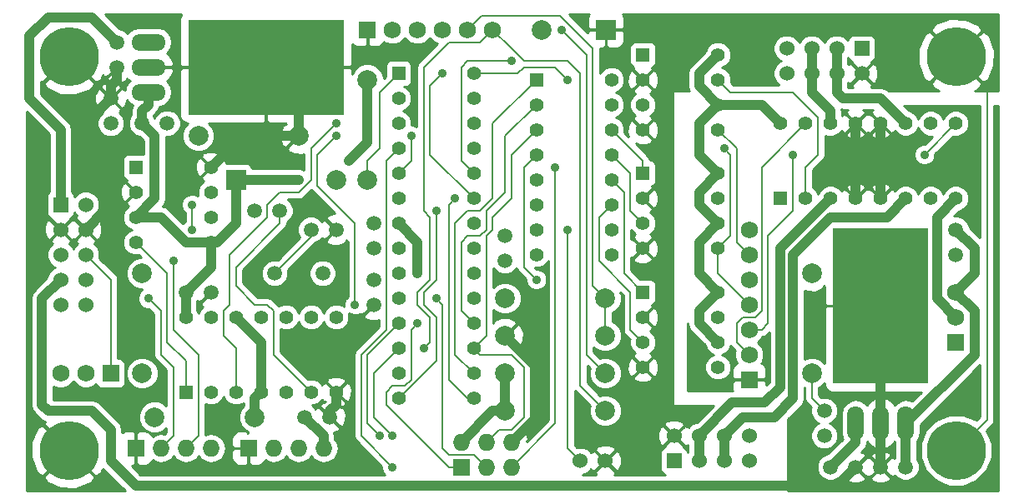
<source format=gtl>
%FSLAX46Y46*%
G04 Gerber Fmt 4.6, Leading zero omitted, Abs format (unit mm)*
G04 Created by KiCad (PCBNEW (2014-jul-16 BZR unknown)-product) date Fri 03 Oct 2014 04:25:25 PM PDT*
%MOMM*%
G01*
G04 APERTURE LIST*
%ADD10C,0.100000*%
%ADD11C,1.501140*%
%ADD12C,1.998980*%
%ADD13R,1.998980X1.998980*%
%ADD14C,6.000000*%
%ADD15R,1.727200X1.727200*%
%ADD16C,1.727200*%
%ADD17R,1.524000X1.524000*%
%ADD18C,1.524000*%
%ADD19O,1.727200X1.727200*%
%ADD20O,1.699260X3.500120*%
%ADD21R,9.652000X15.748000*%
%ADD22R,1.397000X1.397000*%
%ADD23C,1.397000*%
%ADD24O,3.500120X1.699260*%
%ADD25R,15.748000X9.652000*%
%ADD26C,0.889000*%
%ADD27C,0.203200*%
%ADD28C,1.016000*%
%ADD29C,0.254000*%
G04 APERTURE END LIST*
D10*
D11*
X182245000Y-146685000D03*
X184785000Y-146685000D03*
X181610000Y-143510000D03*
X181610000Y-140970000D03*
X189865000Y-146685000D03*
X187325000Y-146685000D03*
X194945000Y-122555000D03*
X194945000Y-125095000D03*
X135890000Y-127635000D03*
X135890000Y-130175000D03*
X109855000Y-103505000D03*
X109855000Y-106045000D03*
X129540000Y-122555000D03*
X132080000Y-122555000D03*
X112395000Y-111760000D03*
X114935000Y-111760000D03*
X109220000Y-111760000D03*
X109220000Y-109220000D03*
X126365000Y-120650000D03*
X123825000Y-120650000D03*
X135890000Y-121920000D03*
X135890000Y-124460000D03*
X149225000Y-125730000D03*
X149225000Y-123190000D03*
X116840000Y-128905000D03*
X119380000Y-128905000D03*
X128905000Y-141605000D03*
X131445000Y-141605000D03*
D12*
X132080000Y-117475000D03*
D13*
X121920000Y-117475000D03*
D14*
X105000000Y-105000000D03*
X195000000Y-105000000D03*
X105000000Y-145000000D03*
X195000000Y-145000000D03*
D15*
X194945000Y-133985000D03*
D16*
X194945000Y-131445000D03*
X194945000Y-128905000D03*
D15*
X109220000Y-137160000D03*
D16*
X106680000Y-137160000D03*
X104140000Y-137160000D03*
D17*
X104140000Y-120015000D03*
D18*
X106680000Y-120015000D03*
X104140000Y-122555000D03*
X106680000Y-122555000D03*
X104140000Y-125095000D03*
X106680000Y-125095000D03*
X104140000Y-127635000D03*
X106680000Y-127635000D03*
X104140000Y-130175000D03*
X106680000Y-130175000D03*
D15*
X135255000Y-102235000D03*
D16*
X137795000Y-102235000D03*
X140335000Y-102235000D03*
X142875000Y-102235000D03*
X145415000Y-102235000D03*
X147955000Y-102235000D03*
D17*
X185420000Y-104140000D03*
D18*
X185420000Y-106680000D03*
X182880000Y-104140000D03*
X182880000Y-106680000D03*
X180340000Y-104140000D03*
X180340000Y-106680000D03*
X177800000Y-104140000D03*
X177800000Y-106680000D03*
D17*
X166370000Y-146050000D03*
D18*
X166370000Y-143510000D03*
X168910000Y-146050000D03*
X168910000Y-143510000D03*
X171450000Y-146050000D03*
X171450000Y-143510000D03*
X173990000Y-146050000D03*
X173990000Y-143510000D03*
D15*
X123190000Y-144780000D03*
D19*
X125730000Y-144780000D03*
X128270000Y-144780000D03*
X130810000Y-144780000D03*
D15*
X111760000Y-144780000D03*
D19*
X114300000Y-144780000D03*
X116840000Y-144780000D03*
X119380000Y-144780000D03*
D12*
X180340000Y-127000000D03*
X180340000Y-137160000D03*
X128270000Y-113030000D03*
X118110000Y-113030000D03*
X159385000Y-129540000D03*
X149225000Y-129540000D03*
X149225000Y-133350000D03*
X159385000Y-133350000D03*
X159385000Y-137160000D03*
X149225000Y-137160000D03*
X113665000Y-141605000D03*
X123825000Y-141605000D03*
X112395000Y-127000000D03*
X112395000Y-137160000D03*
X159385000Y-140970000D03*
X149225000Y-140970000D03*
X135255000Y-117475000D03*
X135255000Y-107315000D03*
D13*
X159461200Y-102235000D03*
D12*
X152958800Y-102235000D03*
D20*
X187325000Y-142240000D03*
X184785000Y-142240000D03*
X189865000Y-142240000D03*
D21*
X187325000Y-130302000D03*
D22*
X163195000Y-104775000D03*
D23*
X163195000Y-107315000D03*
X163195000Y-109855000D03*
X163195000Y-112395000D03*
X170815000Y-112395000D03*
X170815000Y-109855000D03*
X170815000Y-107315000D03*
X170815000Y-104775000D03*
D22*
X163195000Y-116840000D03*
D23*
X163195000Y-119380000D03*
X163195000Y-121920000D03*
X163195000Y-124460000D03*
X170815000Y-124460000D03*
X170815000Y-121920000D03*
X170815000Y-119380000D03*
X170815000Y-116840000D03*
D22*
X163195000Y-128905000D03*
D23*
X163195000Y-131445000D03*
X163195000Y-133985000D03*
X163195000Y-136525000D03*
X170815000Y-136525000D03*
X170815000Y-133985000D03*
X170815000Y-131445000D03*
X170815000Y-128905000D03*
D22*
X177165000Y-119380000D03*
D23*
X179705000Y-119380000D03*
X182245000Y-119380000D03*
X184785000Y-119380000D03*
X187325000Y-119380000D03*
X189865000Y-119380000D03*
X192405000Y-119380000D03*
X194945000Y-119380000D03*
X194945000Y-111760000D03*
X192405000Y-111760000D03*
X189865000Y-111760000D03*
X187325000Y-111760000D03*
X184785000Y-111760000D03*
X182245000Y-111760000D03*
X179705000Y-111760000D03*
X177165000Y-111760000D03*
D24*
X113030000Y-106045000D03*
X113030000Y-103505000D03*
X113030000Y-108585000D03*
D25*
X124968000Y-106045000D03*
D22*
X116840000Y-139065000D03*
D23*
X119380000Y-139065000D03*
X121920000Y-139065000D03*
X124460000Y-139065000D03*
X127000000Y-139065000D03*
X129540000Y-139065000D03*
X132080000Y-139065000D03*
X132080000Y-131445000D03*
X129540000Y-131445000D03*
X127000000Y-131445000D03*
X124460000Y-131445000D03*
X121920000Y-131445000D03*
X119380000Y-131445000D03*
X116840000Y-131445000D03*
D22*
X111760000Y-116205000D03*
D23*
X111760000Y-118745000D03*
X111760000Y-121285000D03*
X111760000Y-123825000D03*
X119380000Y-123825000D03*
X119380000Y-121285000D03*
X119380000Y-118745000D03*
X119380000Y-116205000D03*
X138430000Y-109220000D03*
X138430000Y-111760000D03*
X138430000Y-114300000D03*
X138430000Y-116840000D03*
X138430000Y-119380000D03*
X138430000Y-121920000D03*
X138430000Y-124460000D03*
X138430000Y-127000000D03*
X138430000Y-129540000D03*
X138430000Y-132080000D03*
X138430000Y-134620000D03*
X138430000Y-137160000D03*
X138430000Y-139700000D03*
D22*
X138430000Y-106680000D03*
D23*
X146050000Y-139700000D03*
X146050000Y-137160000D03*
X146050000Y-134620000D03*
X146050000Y-132080000D03*
X146050000Y-129540000D03*
X146050000Y-127000000D03*
X146050000Y-124460000D03*
X146050000Y-121920000D03*
X146050000Y-119380000D03*
X146050000Y-116840000D03*
X146050000Y-114300000D03*
X146050000Y-111760000D03*
X146050000Y-109220000D03*
X146050000Y-106680000D03*
D11*
X130710940Y-127000000D03*
X125829060Y-127000000D03*
D15*
X173990000Y-137795000D03*
D16*
X173990000Y-135255000D03*
X173990000Y-132715000D03*
X173990000Y-130175000D03*
X173990000Y-127635000D03*
X173990000Y-125095000D03*
X173990000Y-122555000D03*
D15*
X144780000Y-146685000D03*
D19*
X144780000Y-144145000D03*
X147320000Y-146685000D03*
X147320000Y-144145000D03*
X149860000Y-146685000D03*
X149860000Y-144145000D03*
D18*
X156845000Y-146050000D03*
X159385000Y-146050000D03*
D22*
X152400000Y-107315000D03*
D23*
X152400000Y-109855000D03*
X152400000Y-112395000D03*
X152400000Y-114935000D03*
X152400000Y-117475000D03*
X152400000Y-120015000D03*
X152400000Y-122555000D03*
X152400000Y-125095000D03*
X160020000Y-125095000D03*
X160020000Y-122555000D03*
X160020000Y-120015000D03*
X160020000Y-117475000D03*
X160020000Y-114935000D03*
X160020000Y-112395000D03*
X160020000Y-109855000D03*
X160020000Y-107315000D03*
D26*
X137795000Y-146685000D03*
X139700000Y-113030000D03*
X113030000Y-129540000D03*
X117475000Y-122555000D03*
X117475000Y-120015000D03*
X115570000Y-125730000D03*
X136525000Y-143510000D03*
X137795000Y-143510000D03*
X142240000Y-120650000D03*
X144145000Y-119380000D03*
X140335000Y-132080000D03*
X152400000Y-127635000D03*
X142240000Y-129540000D03*
X142875000Y-106680000D03*
X149860000Y-105410000D03*
X154305000Y-116205000D03*
X154940000Y-102235000D03*
X140970000Y-134620000D03*
X132080000Y-113030000D03*
X133985000Y-130175000D03*
X132080000Y-111760000D03*
X191770000Y-114935000D03*
X178435000Y-114935000D03*
X171450000Y-114300000D03*
X140335000Y-127000000D03*
X133350000Y-115570000D03*
X128294341Y-117499341D03*
X155575000Y-122555000D03*
X155575000Y-107315000D03*
D27*
X134620000Y-135255000D02*
X137160000Y-132715000D01*
X138430000Y-114300000D02*
X137160000Y-115570000D01*
X137160000Y-115570000D02*
X137160000Y-132715000D01*
X134620000Y-135255000D02*
X134620000Y-143510000D01*
X137795000Y-146685000D02*
X134620000Y-143510000D01*
X139700000Y-115570000D02*
X139700000Y-113030000D01*
X138430000Y-116840000D02*
X139700000Y-115570000D01*
X113030000Y-129540000D02*
X114300000Y-130810000D01*
X114300000Y-130810000D02*
X114300000Y-135255000D01*
X114300000Y-144780000D02*
X115570000Y-143510000D01*
X115570000Y-143510000D02*
X115570000Y-136525000D01*
X115570000Y-136525000D02*
X114300000Y-135255000D01*
X117475000Y-120015000D02*
X117475000Y-122555000D01*
X116840000Y-144780000D02*
X118110000Y-143510000D01*
X118110000Y-143510000D02*
X118110000Y-135255000D01*
X118110000Y-135255000D02*
X115570000Y-132715000D01*
X115570000Y-132715000D02*
X115570000Y-125730000D01*
X135255000Y-142240000D02*
X135255000Y-135255000D01*
X135255000Y-135255000D02*
X138430000Y-132080000D01*
X136525000Y-143510000D02*
X135255000Y-142240000D01*
X135890000Y-141605000D02*
X135890000Y-137160000D01*
X137795000Y-143510000D02*
X135890000Y-141605000D01*
X135890000Y-137160000D02*
X138430000Y-134620000D01*
X142240000Y-127635000D02*
X142240000Y-120650000D01*
X142240000Y-135890000D02*
X142240000Y-131445000D01*
X138430000Y-139700000D02*
X142240000Y-135890000D01*
X140970000Y-130175000D02*
X140970000Y-128905000D01*
X140970000Y-128905000D02*
X142240000Y-127635000D01*
X142240000Y-131445000D02*
X140970000Y-130175000D01*
X145415000Y-139700000D02*
X146050000Y-139700000D01*
X143510000Y-137795000D02*
X145415000Y-139700000D01*
X143510000Y-120015000D02*
X144145000Y-119380000D01*
X143510000Y-137795000D02*
X143510000Y-120015000D01*
X144145000Y-135255000D02*
X144145000Y-121920000D01*
X144145000Y-121920000D02*
X145415000Y-120650000D01*
X145415000Y-120650000D02*
X146685000Y-120650000D01*
X146685000Y-120650000D02*
X147955000Y-119380000D01*
X147955000Y-119380000D02*
X147955000Y-111760000D01*
X147955000Y-111760000D02*
X152400000Y-107315000D01*
X146050000Y-137160000D02*
X144145000Y-135255000D01*
X147320000Y-133350000D02*
X147320000Y-123190000D01*
X147320000Y-123190000D02*
X147955000Y-122555000D01*
X147955000Y-122555000D02*
X147955000Y-121285000D01*
X147955000Y-121285000D02*
X149860000Y-119380000D01*
X149860000Y-119380000D02*
X149860000Y-114935000D01*
X149860000Y-114935000D02*
X152400000Y-112395000D01*
X146050000Y-134620000D02*
X147320000Y-133350000D01*
X148590000Y-142875000D02*
X149860000Y-142875000D01*
X149860000Y-142875000D02*
X151130000Y-141605000D01*
X151130000Y-141605000D02*
X151130000Y-136525000D01*
X151130000Y-136525000D02*
X149860000Y-135255000D01*
X149860000Y-135255000D02*
X146685000Y-135255000D01*
X146685000Y-135255000D02*
X146050000Y-134620000D01*
X147320000Y-144145000D02*
X148590000Y-142875000D01*
X144780000Y-130810000D02*
X144780000Y-123825000D01*
X144780000Y-123825000D02*
X145415000Y-123190000D01*
X145415000Y-123190000D02*
X146685000Y-123190000D01*
X149225000Y-118745000D02*
X149225000Y-113030000D01*
X149225000Y-113030000D02*
X152400000Y-109855000D01*
X146050000Y-132080000D02*
X144780000Y-130810000D01*
X147320000Y-122555000D02*
X147320000Y-120650000D01*
X147320000Y-120650000D02*
X149225000Y-118745000D01*
X146685000Y-123190000D02*
X147320000Y-122555000D01*
X139065000Y-138430000D02*
X139700000Y-137795000D01*
X137795000Y-138430000D02*
X139065000Y-138430000D01*
X137160000Y-139065000D02*
X137795000Y-138430000D01*
X137160000Y-140335000D02*
X137160000Y-139065000D01*
X143510000Y-146685000D02*
X137160000Y-140335000D01*
X144780000Y-146685000D02*
X143510000Y-146685000D01*
X139700000Y-132715000D02*
X139700000Y-137795000D01*
X140335000Y-132080000D02*
X139700000Y-132715000D01*
X152400000Y-127635000D02*
X151130000Y-126365000D01*
X151130000Y-126365000D02*
X151130000Y-116205000D01*
X151130000Y-116205000D02*
X152400000Y-114935000D01*
X142240000Y-129540000D02*
X142875000Y-130175000D01*
X142875000Y-130175000D02*
X142875000Y-144780000D01*
X142875000Y-144780000D02*
X143510000Y-145415000D01*
X143510000Y-145415000D02*
X146050000Y-145415000D01*
X146050000Y-145415000D02*
X147320000Y-146685000D01*
X146050000Y-119380000D02*
X141605000Y-114935000D01*
X142875000Y-106680000D02*
X141605000Y-107950000D01*
X141605000Y-107950000D02*
X141605000Y-114935000D01*
X146050000Y-116840000D02*
X144780000Y-115570000D01*
X145415000Y-105410000D02*
X149860000Y-105410000D01*
X144780000Y-106045000D02*
X145415000Y-105410000D01*
X144780000Y-115570000D02*
X144780000Y-106045000D01*
D28*
X170815000Y-128905000D02*
X168910000Y-130810000D01*
X168910000Y-132080000D02*
X170815000Y-133985000D01*
X168910000Y-130810000D02*
X168910000Y-132080000D01*
X170815000Y-121920000D02*
X168910000Y-123825000D01*
X168910000Y-127000000D02*
X170815000Y-128905000D01*
X168910000Y-123825000D02*
X168910000Y-127000000D01*
X170815000Y-116840000D02*
X168910000Y-118745000D01*
X168910000Y-120015000D02*
X170815000Y-121920000D01*
X168910000Y-118745000D02*
X168910000Y-120015000D01*
X168910000Y-111760000D02*
X168910000Y-114935000D01*
X170815000Y-109855000D02*
X168910000Y-111760000D01*
X168910000Y-114935000D02*
X170815000Y-116840000D01*
X168910000Y-106680000D02*
X168910000Y-107950000D01*
X170815000Y-104775000D02*
X168910000Y-106680000D01*
X168910000Y-107950000D02*
X170815000Y-109855000D01*
X194945000Y-128905000D02*
X196850000Y-127000000D01*
X196850000Y-124460000D02*
X194945000Y-122555000D01*
X196850000Y-127000000D02*
X196850000Y-124460000D01*
X196850000Y-130810000D02*
X194945000Y-128905000D01*
X175260000Y-109855000D02*
X170815000Y-109855000D01*
X177165000Y-111760000D02*
X175260000Y-109855000D01*
X196850000Y-135255000D02*
X196850000Y-130810000D01*
X189865000Y-142240000D02*
X196850000Y-135255000D01*
X189865000Y-146685000D02*
X189865000Y-142240000D01*
D27*
X180340000Y-139700000D02*
X180340000Y-137160000D01*
X181610000Y-140970000D02*
X180340000Y-139700000D01*
D28*
X131445000Y-141605000D02*
X131445000Y-140970000D01*
X131445000Y-140970000D02*
X132080000Y-140335000D01*
X132080000Y-140335000D02*
X132080000Y-139065000D01*
D27*
X195000000Y-145000000D02*
X198120000Y-141880000D01*
X198120000Y-108120000D02*
X195000000Y-105000000D01*
X198120000Y-141880000D02*
X198120000Y-108120000D01*
D28*
X128270000Y-113030000D02*
X128270000Y-107569000D01*
X128270000Y-107569000D02*
X129794000Y-106045000D01*
X119380000Y-116205000D02*
X122555000Y-113030000D01*
X122555000Y-113030000D02*
X128270000Y-113030000D01*
X109220000Y-109220000D02*
X109220000Y-107950000D01*
X109855000Y-107315000D02*
X109855000Y-106045000D01*
X109220000Y-107950000D02*
X109855000Y-107315000D01*
X106680000Y-122555000D02*
X108585000Y-120650000D01*
X106680000Y-111760000D02*
X109220000Y-109220000D01*
X106680000Y-113665000D02*
X106680000Y-111760000D01*
X108585000Y-115570000D02*
X106680000Y-113665000D01*
X108585000Y-120650000D02*
X108585000Y-115570000D01*
X149860000Y-144145000D02*
X152400000Y-141605000D01*
X152400000Y-141605000D02*
X152400000Y-136525000D01*
X152400000Y-136525000D02*
X149225000Y-133350000D01*
X194945000Y-131445000D02*
X193040000Y-129540000D01*
X193040000Y-121285000D02*
X194945000Y-119380000D01*
X193040000Y-129540000D02*
X193040000Y-121285000D01*
D27*
X172720000Y-133985000D02*
X172720000Y-132080000D01*
X172720000Y-132080000D02*
X173355000Y-131445000D01*
X173355000Y-131445000D02*
X174625000Y-131445000D01*
X174625000Y-131445000D02*
X175260000Y-130810000D01*
X175260000Y-130810000D02*
X175260000Y-116205000D01*
X175260000Y-116205000D02*
X179705000Y-111760000D01*
X173990000Y-135255000D02*
X172720000Y-133985000D01*
D28*
X175574960Y-140147040D02*
X177104040Y-138617960D01*
X172272960Y-140147040D02*
X175574960Y-140147040D01*
X172272960Y-140147040D02*
X168910000Y-143510000D01*
X177104040Y-138617960D02*
X177104040Y-138617960D01*
X168910000Y-146050000D02*
X168910000Y-143510000D01*
X177164998Y-124460002D02*
X177164998Y-138617960D01*
X177164998Y-138617960D02*
X177104040Y-138617960D01*
X182245000Y-119380000D02*
X177164998Y-124460002D01*
X171450000Y-143510000D02*
X173355000Y-141605000D01*
X187960000Y-121285000D02*
X189865000Y-119380000D01*
X182245000Y-121285000D02*
X187960000Y-121285000D01*
X178435000Y-125095000D02*
X182245000Y-121285000D01*
X178435000Y-139700000D02*
X178435000Y-125095000D01*
X176530000Y-141605000D02*
X178435000Y-139700000D01*
X173355000Y-141605000D02*
X176530000Y-141605000D01*
X171450000Y-146050000D02*
X171450000Y-143510000D01*
X182880000Y-106680000D02*
X182880000Y-104140000D01*
X187325000Y-109220000D02*
X183515000Y-109220000D01*
X183515000Y-109220000D02*
X182880000Y-108585000D01*
X182880000Y-108585000D02*
X182880000Y-106680000D01*
X189865000Y-111760000D02*
X187325000Y-109220000D01*
X180340000Y-106680000D02*
X180340000Y-104140000D01*
X182245000Y-111760000D02*
X182245000Y-110490000D01*
X180340000Y-108585000D02*
X180340000Y-106680000D01*
X182245000Y-110490000D02*
X180340000Y-108585000D01*
D27*
X125829060Y-127000000D02*
X129540000Y-123289060D01*
X129540000Y-123289060D02*
X129540000Y-122555000D01*
X125730000Y-130810000D02*
X125095000Y-130175000D01*
X121920000Y-128270000D02*
X121920000Y-126365000D01*
X123825000Y-130175000D02*
X121920000Y-128270000D01*
X125095000Y-130175000D02*
X123825000Y-130175000D01*
X126365000Y-120650000D02*
X126365000Y-121920000D01*
X126365000Y-121920000D02*
X121920000Y-126365000D01*
X129540000Y-139065000D02*
X125730000Y-135255000D01*
X125730000Y-135255000D02*
X125730000Y-130810000D01*
X136525000Y-108585000D02*
X138430000Y-106680000D01*
X136525000Y-114300000D02*
X136525000Y-108585000D01*
X135255000Y-115570000D02*
X136525000Y-114300000D01*
X135255000Y-117475000D02*
X135255000Y-115570000D01*
X154305000Y-142240000D02*
X154305000Y-116205000D01*
X149860000Y-146685000D02*
X154305000Y-142240000D01*
X109220000Y-137160000D02*
X109220000Y-127635000D01*
X109220000Y-127635000D02*
X106680000Y-125095000D01*
X157480000Y-135255000D02*
X159385000Y-137160000D01*
X157480000Y-104775000D02*
X154940000Y-102235000D01*
X157480000Y-135255000D02*
X157480000Y-104775000D01*
X159385000Y-133350000D02*
X159385000Y-129540000D01*
X146812000Y-100838000D02*
X154813000Y-100838000D01*
X154813000Y-100838000D02*
X158115000Y-104140000D01*
X158115000Y-104140000D02*
X158115000Y-128270000D01*
X158115000Y-128270000D02*
X159385000Y-129540000D01*
X145415000Y-102235000D02*
X146812000Y-100838000D01*
X156845000Y-106680000D02*
X155575000Y-105410000D01*
X159385000Y-140970000D02*
X156845000Y-138430000D01*
X155575000Y-105410000D02*
X151130000Y-105410000D01*
X156845000Y-138430000D02*
X156845000Y-106680000D01*
X151130000Y-105410000D02*
X149860000Y-104140000D01*
X141605000Y-131445000D02*
X141605000Y-133985000D01*
X141605000Y-121285000D02*
X141605000Y-127635000D01*
X140970000Y-120650000D02*
X141605000Y-121285000D01*
X140970000Y-106045000D02*
X140970000Y-120650000D01*
X143510000Y-103505000D02*
X140970000Y-106045000D01*
X146685000Y-103505000D02*
X143510000Y-103505000D01*
X147955000Y-102235000D02*
X146685000Y-103505000D01*
X151130000Y-105410000D02*
X149860000Y-104140000D01*
X149860000Y-104140000D02*
X147955000Y-102235000D01*
X140970000Y-134620000D02*
X141605000Y-133985000D01*
X140335000Y-130175000D02*
X140335000Y-128905000D01*
X140335000Y-128905000D02*
X141605000Y-127635000D01*
X141605000Y-131445000D02*
X140335000Y-130175000D01*
X133985000Y-121920000D02*
X130175000Y-118110000D01*
X130175000Y-118110000D02*
X130175000Y-114935000D01*
X130175000Y-114935000D02*
X131445000Y-113665000D01*
X132080000Y-113030000D02*
X130175000Y-114935000D01*
X133985000Y-130175000D02*
X133985000Y-121920000D01*
X125095000Y-120015000D02*
X125095000Y-121285000D01*
X120650000Y-133350000D02*
X121920000Y-134620000D01*
X120650000Y-130810000D02*
X120650000Y-133350000D01*
X121285000Y-130175000D02*
X120650000Y-130810000D01*
X121285000Y-125095000D02*
X121285000Y-130175000D01*
X125095000Y-121285000D02*
X121285000Y-125095000D01*
X121920000Y-139065000D02*
X121920000Y-134620000D01*
X132080000Y-111760000D02*
X129540000Y-114300000D01*
X126365000Y-118745000D02*
X128270000Y-118745000D01*
X128270000Y-118745000D02*
X129540000Y-117475000D01*
X129540000Y-117475000D02*
X129540000Y-114300000D01*
X125095000Y-120015000D02*
X126365000Y-118745000D01*
D28*
X182245000Y-146685000D02*
X184785000Y-144145000D01*
X184785000Y-144145000D02*
X184785000Y-142240000D01*
X184785000Y-146685000D02*
X182880000Y-148590000D01*
X109220000Y-146050000D02*
X111760000Y-148590000D01*
X102235000Y-129540000D02*
X104140000Y-127635000D01*
X102235000Y-129540000D02*
X102235000Y-140335000D01*
X102235000Y-140335000D02*
X102870000Y-140970000D01*
X102870000Y-140970000D02*
X107315000Y-140970000D01*
X107315000Y-140970000D02*
X109220000Y-142875000D01*
X109220000Y-142875000D02*
X109220000Y-146050000D01*
X182880000Y-148590000D02*
X111760000Y-148590000D01*
X187325000Y-142240000D02*
X187325000Y-125476000D01*
X184785000Y-119380000D02*
X184785000Y-111760000D01*
X187325000Y-119380000D02*
X187325000Y-111760000D01*
X187325000Y-146685000D02*
X187325000Y-142240000D01*
X109855000Y-103505000D02*
X107315000Y-100965000D01*
X104140000Y-112395000D02*
X104140000Y-120015000D01*
X100965000Y-109220000D02*
X104140000Y-112395000D01*
X100965000Y-102870000D02*
X100965000Y-109220000D01*
X102870000Y-100965000D02*
X100965000Y-102870000D01*
X107315000Y-100965000D02*
X102870000Y-100965000D01*
D27*
X178435000Y-120650000D02*
X178435000Y-114935000D01*
X175895000Y-123190000D02*
X178435000Y-120650000D01*
X191770000Y-114935000D02*
X194945000Y-111760000D01*
X175260000Y-132715000D02*
X175895000Y-132080000D01*
X175895000Y-132080000D02*
X175895000Y-123190000D01*
X173990000Y-132715000D02*
X175260000Y-132715000D01*
X170815000Y-127000000D02*
X173990000Y-130175000D01*
X170815000Y-124460000D02*
X170815000Y-127000000D01*
X172085000Y-123190000D02*
X172085000Y-114935000D01*
X172085000Y-114935000D02*
X171450000Y-114300000D01*
X170815000Y-124460000D02*
X172085000Y-123190000D01*
X172720000Y-123825000D02*
X172720000Y-114300000D01*
X172720000Y-114300000D02*
X170815000Y-112395000D01*
X173990000Y-125095000D02*
X172720000Y-123825000D01*
X172085000Y-108585000D02*
X170815000Y-107315000D01*
X178435000Y-108585000D02*
X172085000Y-108585000D01*
X180975000Y-111125000D02*
X178435000Y-108585000D01*
X180975000Y-114935000D02*
X180975000Y-111125000D01*
X179705000Y-116205000D02*
X180975000Y-114935000D01*
X179705000Y-119380000D02*
X179705000Y-116205000D01*
X111760000Y-123825000D02*
X114935000Y-127000000D01*
X116840000Y-135890000D02*
X116840000Y-139065000D01*
X114935000Y-133985000D02*
X116840000Y-135890000D01*
X114935000Y-127000000D02*
X114935000Y-133985000D01*
X163195000Y-115570000D02*
X163195000Y-116840000D01*
X160020000Y-112395000D02*
X163195000Y-115570000D01*
X161925000Y-120650000D02*
X161925000Y-116840000D01*
X161925000Y-116840000D02*
X160020000Y-114935000D01*
X163195000Y-121920000D02*
X161925000Y-120650000D01*
X161290000Y-127000000D02*
X161290000Y-121285000D01*
X161290000Y-121285000D02*
X161290000Y-121285000D01*
X161290000Y-121285000D02*
X161290000Y-118745000D01*
X161290000Y-118745000D02*
X160020000Y-117475000D01*
X163195000Y-128905000D02*
X161290000Y-127000000D01*
X158750000Y-121285000D02*
X158750000Y-125730000D01*
X158750000Y-125730000D02*
X161925000Y-128905000D01*
X161925000Y-128905000D02*
X161925000Y-132715000D01*
X161925000Y-132715000D02*
X163195000Y-133985000D01*
X160020000Y-120015000D02*
X158750000Y-121285000D01*
D28*
X124460000Y-139065000D02*
X124460000Y-133985000D01*
X124460000Y-133985000D02*
X121920000Y-131445000D01*
X138430000Y-121920000D02*
X140335000Y-123825000D01*
X140335000Y-123825000D02*
X140335000Y-127000000D01*
X130810000Y-144780000D02*
X130810000Y-143510000D01*
X130810000Y-143510000D02*
X128905000Y-141605000D01*
X135255000Y-107315000D02*
X135255000Y-113665000D01*
X135255000Y-113665000D02*
X133350000Y-115570000D01*
X119380000Y-123825000D02*
X120015000Y-123825000D01*
X120015000Y-123825000D02*
X121920000Y-121920000D01*
X121920000Y-121920000D02*
X121920000Y-117475000D01*
X119380000Y-123825000D02*
X116840000Y-123825000D01*
X114300000Y-121285000D02*
X111760000Y-121285000D01*
X116840000Y-123825000D02*
X114300000Y-121285000D01*
X111760000Y-121285000D02*
X113665000Y-119380000D01*
X113665000Y-119380000D02*
X113665000Y-113030000D01*
X113665000Y-113030000D02*
X112395000Y-111760000D01*
X116840000Y-131445000D02*
X116840000Y-128905000D01*
X116840000Y-128905000D02*
X119380000Y-126365000D01*
X119380000Y-126365000D02*
X119380000Y-123825000D01*
X118745000Y-123825000D02*
X119380000Y-123825000D01*
X113030000Y-108585000D02*
X113030000Y-109855000D01*
X112395000Y-110490000D02*
X112395000Y-111760000D01*
X113030000Y-109855000D02*
X112395000Y-110490000D01*
X149225000Y-140970000D02*
X149225000Y-137160000D01*
X123825000Y-139700000D02*
X124460000Y-139065000D01*
X123825000Y-141605000D02*
X123825000Y-139700000D01*
X147955000Y-140970000D02*
X149225000Y-140970000D01*
X144780000Y-144145000D02*
X147955000Y-140970000D01*
X128270000Y-117475000D02*
X128294341Y-117499341D01*
X121920000Y-117475000D02*
X128270000Y-117475000D01*
D27*
X155575000Y-144780000D02*
X155575000Y-122555000D01*
X156845000Y-146050000D02*
X155575000Y-144780000D01*
X146050000Y-106680000D02*
X150495000Y-106680000D01*
X150495000Y-106680000D02*
X151130000Y-106045000D01*
X154305000Y-106045000D02*
X155575000Y-107315000D01*
X151130000Y-106045000D02*
X154305000Y-106045000D01*
D29*
G36*
X176021998Y-138083556D02*
X175742600Y-138362954D01*
X175742600Y-138042650D01*
X175520350Y-137820400D01*
X174015400Y-137820400D01*
X174015400Y-137840400D01*
X173964600Y-137840400D01*
X173964600Y-137820400D01*
X172459650Y-137820400D01*
X172237400Y-138042650D01*
X172237400Y-138835433D01*
X172279884Y-138938000D01*
X167767000Y-138938000D01*
X167767000Y-132080000D01*
X167854006Y-132517407D01*
X168101777Y-132888223D01*
X169494386Y-134280832D01*
X169683854Y-134739380D01*
X170058647Y-135114827D01*
X170396446Y-135255093D01*
X170060620Y-135393854D01*
X169685173Y-135768647D01*
X169481732Y-136258587D01*
X169481269Y-136789086D01*
X169683854Y-137279380D01*
X170058647Y-137654827D01*
X170548587Y-137858268D01*
X171079086Y-137858731D01*
X171569380Y-137656146D01*
X171944827Y-137281353D01*
X172148268Y-136791413D01*
X172148731Y-136260914D01*
X171946146Y-135770620D01*
X171571353Y-135395173D01*
X171233553Y-135254906D01*
X171569380Y-135116146D01*
X171944827Y-134741353D01*
X172102607Y-134361376D01*
X172199145Y-134505855D01*
X172537793Y-134844503D01*
X172491661Y-134955602D01*
X172491141Y-135551782D01*
X172718808Y-136102780D01*
X172743669Y-136127685D01*
X172622822Y-136177742D01*
X172372742Y-136427822D01*
X172237400Y-136754567D01*
X172237400Y-137547350D01*
X172459650Y-137769600D01*
X173964600Y-137769600D01*
X173964600Y-137749600D01*
X174015400Y-137749600D01*
X174015400Y-137769600D01*
X175520350Y-137769600D01*
X175742600Y-137547350D01*
X175742600Y-136754567D01*
X175607258Y-136427822D01*
X175357178Y-136177742D01*
X175236790Y-136127876D01*
X175259710Y-136104997D01*
X175488339Y-135554398D01*
X175488859Y-134958218D01*
X175261192Y-134407220D01*
X174839997Y-133985290D01*
X174839069Y-133984904D01*
X175259710Y-133564997D01*
X175311009Y-133441453D01*
X175541885Y-133395530D01*
X175780855Y-133235855D01*
X176021998Y-132994712D01*
X176021998Y-138083556D01*
X176021998Y-138083556D01*
G37*
X176021998Y-138083556D02*
X175742600Y-138362954D01*
X175742600Y-138042650D01*
X175520350Y-137820400D01*
X174015400Y-137820400D01*
X174015400Y-137840400D01*
X173964600Y-137840400D01*
X173964600Y-137820400D01*
X172459650Y-137820400D01*
X172237400Y-138042650D01*
X172237400Y-138835433D01*
X172279884Y-138938000D01*
X167767000Y-138938000D01*
X167767000Y-132080000D01*
X167854006Y-132517407D01*
X168101777Y-132888223D01*
X169494386Y-134280832D01*
X169683854Y-134739380D01*
X170058647Y-135114827D01*
X170396446Y-135255093D01*
X170060620Y-135393854D01*
X169685173Y-135768647D01*
X169481732Y-136258587D01*
X169481269Y-136789086D01*
X169683854Y-137279380D01*
X170058647Y-137654827D01*
X170548587Y-137858268D01*
X171079086Y-137858731D01*
X171569380Y-137656146D01*
X171944827Y-137281353D01*
X172148268Y-136791413D01*
X172148731Y-136260914D01*
X171946146Y-135770620D01*
X171571353Y-135395173D01*
X171233553Y-135254906D01*
X171569380Y-135116146D01*
X171944827Y-134741353D01*
X172102607Y-134361376D01*
X172199145Y-134505855D01*
X172537793Y-134844503D01*
X172491661Y-134955602D01*
X172491141Y-135551782D01*
X172718808Y-136102780D01*
X172743669Y-136127685D01*
X172622822Y-136177742D01*
X172372742Y-136427822D01*
X172237400Y-136754567D01*
X172237400Y-137547350D01*
X172459650Y-137769600D01*
X173964600Y-137769600D01*
X173964600Y-137749600D01*
X174015400Y-137749600D01*
X174015400Y-137769600D01*
X175520350Y-137769600D01*
X175742600Y-137547350D01*
X175742600Y-136754567D01*
X175607258Y-136427822D01*
X175357178Y-136177742D01*
X175236790Y-136127876D01*
X175259710Y-136104997D01*
X175488339Y-135554398D01*
X175488859Y-134958218D01*
X175261192Y-134407220D01*
X174839997Y-133985290D01*
X174839069Y-133984904D01*
X175259710Y-133564997D01*
X175311009Y-133441453D01*
X175541885Y-133395530D01*
X175780855Y-133235855D01*
X176021998Y-132994712D01*
X176021998Y-138083556D01*
G36*
X180390063Y-127014142D02*
X180354142Y-127050063D01*
X180340000Y-127035921D01*
X180325857Y-127050063D01*
X180289936Y-127014142D01*
X180304079Y-127000000D01*
X180289936Y-126985857D01*
X180325857Y-126949936D01*
X180340000Y-126964079D01*
X180354142Y-126949936D01*
X180390063Y-126985857D01*
X180375921Y-127000000D01*
X180390063Y-127014142D01*
X180390063Y-127014142D01*
G37*
X180390063Y-127014142D02*
X180354142Y-127050063D01*
X180340000Y-127035921D01*
X180325857Y-127050063D01*
X180289936Y-127014142D01*
X180304079Y-127000000D01*
X180289936Y-126985857D01*
X180325857Y-126949936D01*
X180340000Y-126964079D01*
X180354142Y-126949936D01*
X180390063Y-126985857D01*
X180375921Y-127000000D01*
X180390063Y-127014142D01*
G36*
X194995063Y-125109142D02*
X194959142Y-125145063D01*
X194945000Y-125130921D01*
X194930857Y-125145063D01*
X194894936Y-125109142D01*
X194909079Y-125095000D01*
X194894936Y-125080857D01*
X194930857Y-125044936D01*
X194945000Y-125059079D01*
X194959142Y-125044936D01*
X194995063Y-125080857D01*
X194980921Y-125095000D01*
X194995063Y-125109142D01*
X194995063Y-125109142D01*
G37*
X194995063Y-125109142D02*
X194959142Y-125145063D01*
X194945000Y-125130921D01*
X194930857Y-125145063D01*
X194894936Y-125109142D01*
X194909079Y-125095000D01*
X194894936Y-125080857D01*
X194930857Y-125044936D01*
X194945000Y-125059079D01*
X194959142Y-125044936D01*
X194995063Y-125080857D01*
X194980921Y-125095000D01*
X194995063Y-125109142D01*
G36*
X197383400Y-123376954D02*
X196330771Y-122324325D01*
X196330810Y-122280602D01*
X196120314Y-121771163D01*
X195730887Y-121381056D01*
X195221816Y-121169671D01*
X194772167Y-121169278D01*
X195240832Y-120700613D01*
X195699380Y-120511146D01*
X196074827Y-120136353D01*
X196278268Y-119646413D01*
X196278731Y-119115914D01*
X196076146Y-118625620D01*
X195701353Y-118250173D01*
X195211413Y-118046732D01*
X194680914Y-118046269D01*
X194190620Y-118248854D01*
X193815173Y-118623647D01*
X193674906Y-118961446D01*
X193536146Y-118625620D01*
X193161353Y-118250173D01*
X192671413Y-118046732D01*
X192140914Y-118046269D01*
X191650620Y-118248854D01*
X191275173Y-118623647D01*
X191134906Y-118961446D01*
X190996146Y-118625620D01*
X190621353Y-118250173D01*
X190131413Y-118046732D01*
X189600914Y-118046269D01*
X189110620Y-118248854D01*
X188735173Y-118623647D01*
X188734851Y-118624420D01*
X188691644Y-118512729D01*
X188649244Y-118449276D01*
X188330166Y-118410755D01*
X188294245Y-118446676D01*
X188294245Y-118374834D01*
X188294245Y-112765166D01*
X187325000Y-111795921D01*
X187289079Y-111831842D01*
X187289079Y-111760000D01*
X186319834Y-110790755D01*
X186055000Y-110822727D01*
X185790166Y-110790755D01*
X184820921Y-111760000D01*
X185790166Y-112729245D01*
X186055000Y-112697272D01*
X186319834Y-112729245D01*
X187289079Y-111760000D01*
X187289079Y-111831842D01*
X186355755Y-112765166D01*
X186394276Y-113084244D01*
X186971890Y-113339615D01*
X187603261Y-113354504D01*
X188192271Y-113126644D01*
X188255724Y-113084244D01*
X188294245Y-112765166D01*
X188294245Y-118374834D01*
X188255724Y-118055756D01*
X187678110Y-117800385D01*
X187046739Y-117785496D01*
X186457729Y-118013356D01*
X186394276Y-118055756D01*
X186355755Y-118374834D01*
X187325000Y-119344079D01*
X188294245Y-118374834D01*
X188294245Y-118446676D01*
X187360921Y-119380000D01*
X187375063Y-119394142D01*
X187339142Y-119430063D01*
X187325000Y-119415921D01*
X187310857Y-119430063D01*
X187274936Y-119394142D01*
X187289079Y-119380000D01*
X186319834Y-118410755D01*
X186055000Y-118442727D01*
X185790166Y-118410755D01*
X185754245Y-118446676D01*
X185754245Y-118374834D01*
X185754245Y-112765166D01*
X184785000Y-111795921D01*
X183815755Y-112765166D01*
X183854276Y-113084244D01*
X184431890Y-113339615D01*
X185063261Y-113354504D01*
X185652271Y-113126644D01*
X185715724Y-113084244D01*
X185754245Y-112765166D01*
X185754245Y-118374834D01*
X185715724Y-118055756D01*
X185138110Y-117800385D01*
X184506739Y-117785496D01*
X183917729Y-118013356D01*
X183854276Y-118055756D01*
X183815755Y-118374834D01*
X184785000Y-119344079D01*
X185754245Y-118374834D01*
X185754245Y-118446676D01*
X184820921Y-119380000D01*
X184835063Y-119394142D01*
X184799142Y-119430063D01*
X184785000Y-119415921D01*
X184770857Y-119430063D01*
X184734936Y-119394142D01*
X184749079Y-119380000D01*
X183779834Y-118410755D01*
X183460756Y-118449276D01*
X183379356Y-118633390D01*
X183376146Y-118625620D01*
X183001353Y-118250173D01*
X182511413Y-118046732D01*
X181980914Y-118046269D01*
X181490620Y-118248854D01*
X181115173Y-118623647D01*
X180974906Y-118961446D01*
X180836146Y-118625620D01*
X180461353Y-118250173D01*
X180441600Y-118241970D01*
X180441600Y-116510110D01*
X181495855Y-115455855D01*
X181655530Y-115216885D01*
X181711600Y-114935000D01*
X181711600Y-112982405D01*
X181978587Y-113093268D01*
X182509086Y-113093731D01*
X182999380Y-112891146D01*
X183374827Y-112516353D01*
X183375148Y-112515579D01*
X183418356Y-112627271D01*
X183460756Y-112690724D01*
X183779834Y-112729245D01*
X184749079Y-111760000D01*
X183779834Y-110790755D01*
X183460756Y-110829276D01*
X183388000Y-110993840D01*
X183388000Y-110490000D01*
X183356465Y-110331465D01*
X183515000Y-110363000D01*
X183996198Y-110363000D01*
X183917729Y-110393356D01*
X183854276Y-110435756D01*
X183815755Y-110754834D01*
X184785000Y-111724079D01*
X185754245Y-110754834D01*
X185715724Y-110435756D01*
X185551159Y-110363000D01*
X186536198Y-110363000D01*
X186457729Y-110393356D01*
X186394276Y-110435756D01*
X186355755Y-110754834D01*
X187325000Y-111724079D01*
X187339142Y-111709936D01*
X187375063Y-111745857D01*
X187360921Y-111760000D01*
X188330166Y-112729245D01*
X188649244Y-112690724D01*
X188730643Y-112506609D01*
X188733854Y-112514380D01*
X189108647Y-112889827D01*
X189598587Y-113093268D01*
X190129086Y-113093731D01*
X190619380Y-112891146D01*
X190994827Y-112516353D01*
X191135093Y-112178553D01*
X191273854Y-112514380D01*
X191648647Y-112889827D01*
X192138587Y-113093268D01*
X192569645Y-113093644D01*
X191807757Y-113855532D01*
X191556216Y-113855313D01*
X191159311Y-114019311D01*
X190855378Y-114322714D01*
X190690687Y-114719332D01*
X190690313Y-115148784D01*
X190854311Y-115545689D01*
X191157714Y-115849622D01*
X191554332Y-116014313D01*
X191983784Y-116014687D01*
X192380689Y-115850689D01*
X192684622Y-115547286D01*
X192849313Y-115150668D01*
X192849533Y-114897176D01*
X194660819Y-113085890D01*
X194678587Y-113093268D01*
X195209086Y-113093731D01*
X195699380Y-112891146D01*
X196074827Y-112516353D01*
X196278268Y-112026413D01*
X196278731Y-111495914D01*
X196076146Y-111005620D01*
X195701353Y-110630173D01*
X195211413Y-110426732D01*
X194680914Y-110426269D01*
X194190620Y-110628854D01*
X193815173Y-111003647D01*
X193674906Y-111341446D01*
X193536146Y-111005620D01*
X193161353Y-110630173D01*
X192671413Y-110426732D01*
X192140914Y-110426269D01*
X191650620Y-110628854D01*
X191275173Y-111003647D01*
X191134906Y-111341446D01*
X190996146Y-111005620D01*
X190621353Y-110630173D01*
X190160082Y-110438636D01*
X189703446Y-109982000D01*
X197383400Y-109982000D01*
X197383400Y-123376954D01*
X197383400Y-123376954D01*
G37*
X197383400Y-123376954D02*
X196330771Y-122324325D01*
X196330810Y-122280602D01*
X196120314Y-121771163D01*
X195730887Y-121381056D01*
X195221816Y-121169671D01*
X194772167Y-121169278D01*
X195240832Y-120700613D01*
X195699380Y-120511146D01*
X196074827Y-120136353D01*
X196278268Y-119646413D01*
X196278731Y-119115914D01*
X196076146Y-118625620D01*
X195701353Y-118250173D01*
X195211413Y-118046732D01*
X194680914Y-118046269D01*
X194190620Y-118248854D01*
X193815173Y-118623647D01*
X193674906Y-118961446D01*
X193536146Y-118625620D01*
X193161353Y-118250173D01*
X192671413Y-118046732D01*
X192140914Y-118046269D01*
X191650620Y-118248854D01*
X191275173Y-118623647D01*
X191134906Y-118961446D01*
X190996146Y-118625620D01*
X190621353Y-118250173D01*
X190131413Y-118046732D01*
X189600914Y-118046269D01*
X189110620Y-118248854D01*
X188735173Y-118623647D01*
X188734851Y-118624420D01*
X188691644Y-118512729D01*
X188649244Y-118449276D01*
X188330166Y-118410755D01*
X188294245Y-118446676D01*
X188294245Y-118374834D01*
X188294245Y-112765166D01*
X187325000Y-111795921D01*
X187289079Y-111831842D01*
X187289079Y-111760000D01*
X186319834Y-110790755D01*
X186055000Y-110822727D01*
X185790166Y-110790755D01*
X184820921Y-111760000D01*
X185790166Y-112729245D01*
X186055000Y-112697272D01*
X186319834Y-112729245D01*
X187289079Y-111760000D01*
X187289079Y-111831842D01*
X186355755Y-112765166D01*
X186394276Y-113084244D01*
X186971890Y-113339615D01*
X187603261Y-113354504D01*
X188192271Y-113126644D01*
X188255724Y-113084244D01*
X188294245Y-112765166D01*
X188294245Y-118374834D01*
X188255724Y-118055756D01*
X187678110Y-117800385D01*
X187046739Y-117785496D01*
X186457729Y-118013356D01*
X186394276Y-118055756D01*
X186355755Y-118374834D01*
X187325000Y-119344079D01*
X188294245Y-118374834D01*
X188294245Y-118446676D01*
X187360921Y-119380000D01*
X187375063Y-119394142D01*
X187339142Y-119430063D01*
X187325000Y-119415921D01*
X187310857Y-119430063D01*
X187274936Y-119394142D01*
X187289079Y-119380000D01*
X186319834Y-118410755D01*
X186055000Y-118442727D01*
X185790166Y-118410755D01*
X185754245Y-118446676D01*
X185754245Y-118374834D01*
X185754245Y-112765166D01*
X184785000Y-111795921D01*
X183815755Y-112765166D01*
X183854276Y-113084244D01*
X184431890Y-113339615D01*
X185063261Y-113354504D01*
X185652271Y-113126644D01*
X185715724Y-113084244D01*
X185754245Y-112765166D01*
X185754245Y-118374834D01*
X185715724Y-118055756D01*
X185138110Y-117800385D01*
X184506739Y-117785496D01*
X183917729Y-118013356D01*
X183854276Y-118055756D01*
X183815755Y-118374834D01*
X184785000Y-119344079D01*
X185754245Y-118374834D01*
X185754245Y-118446676D01*
X184820921Y-119380000D01*
X184835063Y-119394142D01*
X184799142Y-119430063D01*
X184785000Y-119415921D01*
X184770857Y-119430063D01*
X184734936Y-119394142D01*
X184749079Y-119380000D01*
X183779834Y-118410755D01*
X183460756Y-118449276D01*
X183379356Y-118633390D01*
X183376146Y-118625620D01*
X183001353Y-118250173D01*
X182511413Y-118046732D01*
X181980914Y-118046269D01*
X181490620Y-118248854D01*
X181115173Y-118623647D01*
X180974906Y-118961446D01*
X180836146Y-118625620D01*
X180461353Y-118250173D01*
X180441600Y-118241970D01*
X180441600Y-116510110D01*
X181495855Y-115455855D01*
X181655530Y-115216885D01*
X181711600Y-114935000D01*
X181711600Y-112982405D01*
X181978587Y-113093268D01*
X182509086Y-113093731D01*
X182999380Y-112891146D01*
X183374827Y-112516353D01*
X183375148Y-112515579D01*
X183418356Y-112627271D01*
X183460756Y-112690724D01*
X183779834Y-112729245D01*
X184749079Y-111760000D01*
X183779834Y-110790755D01*
X183460756Y-110829276D01*
X183388000Y-110993840D01*
X183388000Y-110490000D01*
X183356465Y-110331465D01*
X183515000Y-110363000D01*
X183996198Y-110363000D01*
X183917729Y-110393356D01*
X183854276Y-110435756D01*
X183815755Y-110754834D01*
X184785000Y-111724079D01*
X185754245Y-110754834D01*
X185715724Y-110435756D01*
X185551159Y-110363000D01*
X186536198Y-110363000D01*
X186457729Y-110393356D01*
X186394276Y-110435756D01*
X186355755Y-110754834D01*
X187325000Y-111724079D01*
X187339142Y-111709936D01*
X187375063Y-111745857D01*
X187360921Y-111760000D01*
X188330166Y-112729245D01*
X188649244Y-112690724D01*
X188730643Y-112506609D01*
X188733854Y-112514380D01*
X189108647Y-112889827D01*
X189598587Y-113093268D01*
X190129086Y-113093731D01*
X190619380Y-112891146D01*
X190994827Y-112516353D01*
X191135093Y-112178553D01*
X191273854Y-112514380D01*
X191648647Y-112889827D01*
X192138587Y-113093268D01*
X192569645Y-113093644D01*
X191807757Y-113855532D01*
X191556216Y-113855313D01*
X191159311Y-114019311D01*
X190855378Y-114322714D01*
X190690687Y-114719332D01*
X190690313Y-115148784D01*
X190854311Y-115545689D01*
X191157714Y-115849622D01*
X191554332Y-116014313D01*
X191983784Y-116014687D01*
X192380689Y-115850689D01*
X192684622Y-115547286D01*
X192849313Y-115150668D01*
X192849533Y-114897176D01*
X194660819Y-113085890D01*
X194678587Y-113093268D01*
X195209086Y-113093731D01*
X195699380Y-112891146D01*
X196074827Y-112516353D01*
X196278268Y-112026413D01*
X196278731Y-111495914D01*
X196076146Y-111005620D01*
X195701353Y-110630173D01*
X195211413Y-110426732D01*
X194680914Y-110426269D01*
X194190620Y-110628854D01*
X193815173Y-111003647D01*
X193674906Y-111341446D01*
X193536146Y-111005620D01*
X193161353Y-110630173D01*
X192671413Y-110426732D01*
X192140914Y-110426269D01*
X191650620Y-110628854D01*
X191275173Y-111003647D01*
X191134906Y-111341446D01*
X190996146Y-111005620D01*
X190621353Y-110630173D01*
X190160082Y-110438636D01*
X189703446Y-109982000D01*
X197383400Y-109982000D01*
X197383400Y-123376954D01*
G36*
X199263000Y-149098000D02*
X188331791Y-149098000D01*
X188331791Y-147727712D01*
X187325000Y-146720921D01*
X187289079Y-146756842D01*
X187289079Y-146685000D01*
X186282288Y-145678209D01*
X186055000Y-145709629D01*
X185827712Y-145678209D01*
X184820921Y-146685000D01*
X185827712Y-147691791D01*
X186055000Y-147660370D01*
X186282288Y-147691791D01*
X187289079Y-146685000D01*
X187289079Y-146756842D01*
X186318209Y-147727712D01*
X186363067Y-148052200D01*
X186959494Y-148316244D01*
X187611567Y-148331946D01*
X188220013Y-148096915D01*
X188286933Y-148052200D01*
X188331791Y-147727712D01*
X188331791Y-149098000D01*
X185791791Y-149098000D01*
X185791791Y-147727712D01*
X184785000Y-146720921D01*
X183778209Y-147727712D01*
X183823067Y-148052200D01*
X184419494Y-148316244D01*
X185071567Y-148331946D01*
X185680013Y-148096915D01*
X185746933Y-148052200D01*
X185791791Y-147727712D01*
X185791791Y-149098000D01*
X177927000Y-149098000D01*
X177927000Y-141824446D01*
X179243223Y-140508223D01*
X179490994Y-140137407D01*
X179578000Y-139700000D01*
X179578000Y-138613390D01*
X179603400Y-138623937D01*
X179603400Y-139700000D01*
X179659470Y-139981885D01*
X179819145Y-140220855D01*
X180244271Y-140645981D01*
X180224671Y-140693184D01*
X180224190Y-141244398D01*
X180434686Y-141753837D01*
X180824113Y-142143944D01*
X181055381Y-142239974D01*
X180826163Y-142334686D01*
X180436056Y-142724113D01*
X180224671Y-143233184D01*
X180224190Y-143784398D01*
X180434686Y-144293837D01*
X180824113Y-144683944D01*
X181333184Y-144895329D01*
X181884398Y-144895810D01*
X182393837Y-144685314D01*
X182783944Y-144295887D01*
X182995329Y-143786816D01*
X182995810Y-143235602D01*
X182785314Y-142726163D01*
X182395887Y-142336056D01*
X182164618Y-142240025D01*
X182393837Y-142145314D01*
X182783944Y-141755887D01*
X182995329Y-141246816D01*
X182995810Y-140695602D01*
X182785314Y-140186163D01*
X182395887Y-139796056D01*
X181886816Y-139584671D01*
X181335602Y-139584190D01*
X181286279Y-139604569D01*
X181076600Y-139394890D01*
X181076600Y-138624164D01*
X181264655Y-138546462D01*
X181610000Y-138201718D01*
X181610000Y-138352833D01*
X181745342Y-138679578D01*
X181995422Y-138929658D01*
X182322167Y-139065000D01*
X182675833Y-139065000D01*
X187077350Y-139065000D01*
X187299600Y-138842750D01*
X187299600Y-130327400D01*
X181832250Y-130327400D01*
X181610000Y-130549650D01*
X181610000Y-136118679D01*
X181267073Y-135775154D01*
X180666547Y-135525794D01*
X180016306Y-135525226D01*
X179578000Y-135706330D01*
X179578000Y-128727945D01*
X179915241Y-128878053D01*
X180666273Y-128897643D01*
X181367634Y-128628334D01*
X181451126Y-128572547D01*
X181526276Y-128222200D01*
X181610000Y-128305924D01*
X181610000Y-130054350D01*
X181832250Y-130276600D01*
X187299600Y-130276600D01*
X187299600Y-130256600D01*
X187350400Y-130256600D01*
X187350400Y-130276600D01*
X187370400Y-130276600D01*
X187370400Y-130327400D01*
X187350400Y-130327400D01*
X187350400Y-138842750D01*
X187572650Y-139065000D01*
X191423554Y-139065000D01*
X190513581Y-139974972D01*
X190433143Y-139921225D01*
X189865000Y-139808214D01*
X189296857Y-139921225D01*
X188815208Y-140243052D01*
X188729199Y-140371773D01*
X188536437Y-140092213D01*
X187966879Y-139723566D01*
X187622040Y-139626503D01*
X187350400Y-139823403D01*
X187350400Y-142214600D01*
X187370400Y-142214600D01*
X187370400Y-142265400D01*
X187350400Y-142265400D01*
X187350400Y-144656597D01*
X187622040Y-144853497D01*
X187966879Y-144756434D01*
X188536437Y-144387787D01*
X188722000Y-144118667D01*
X188722000Y-145767665D01*
X188692200Y-145723067D01*
X188367712Y-145678209D01*
X188331791Y-145714130D01*
X188331791Y-145642288D01*
X188286933Y-145317800D01*
X187690506Y-145053756D01*
X187299600Y-145044342D01*
X187299600Y-144656597D01*
X187299600Y-142265400D01*
X187279600Y-142265400D01*
X187279600Y-142214600D01*
X187299600Y-142214600D01*
X187299600Y-139823403D01*
X187027960Y-139626503D01*
X186683121Y-139723566D01*
X186113563Y-140092213D01*
X185920800Y-140371773D01*
X185834792Y-140243052D01*
X185353143Y-139921225D01*
X184785000Y-139808214D01*
X184216857Y-139921225D01*
X183735208Y-140243052D01*
X183413381Y-140724701D01*
X183300370Y-141292844D01*
X183300370Y-143187156D01*
X183413381Y-143755299D01*
X183471409Y-143842144D01*
X182014325Y-145299228D01*
X181970602Y-145299190D01*
X181461163Y-145509686D01*
X181071056Y-145899113D01*
X180859671Y-146408184D01*
X180859190Y-146959398D01*
X181069686Y-147468837D01*
X181459113Y-147858944D01*
X181968184Y-148070329D01*
X182519398Y-148070810D01*
X183028837Y-147860314D01*
X183355425Y-147534295D01*
X183373085Y-147580013D01*
X183417800Y-147646933D01*
X183742288Y-147691791D01*
X184749079Y-146685000D01*
X184734936Y-146670857D01*
X184770857Y-146634936D01*
X184785000Y-146649079D01*
X185791791Y-145642288D01*
X185746933Y-145317800D01*
X185387687Y-145158758D01*
X185593223Y-144953223D01*
X185840994Y-144582407D01*
X185928000Y-144145000D01*
X185928000Y-144118667D01*
X186113563Y-144387787D01*
X186683121Y-144756434D01*
X187027960Y-144853497D01*
X187299600Y-144656597D01*
X187299600Y-145044342D01*
X187038433Y-145038054D01*
X186429987Y-145273085D01*
X186363067Y-145317800D01*
X186318209Y-145642288D01*
X187325000Y-146649079D01*
X188331791Y-145642288D01*
X188331791Y-145714130D01*
X187360921Y-146685000D01*
X188367712Y-147691791D01*
X188692200Y-147646933D01*
X188746048Y-147525298D01*
X189079113Y-147858944D01*
X189588184Y-148070329D01*
X190139398Y-148070810D01*
X190648837Y-147860314D01*
X191038944Y-147470887D01*
X191250329Y-146961816D01*
X191250810Y-146410602D01*
X191040314Y-145901163D01*
X191008000Y-145868792D01*
X191008000Y-144097452D01*
X191236619Y-143755299D01*
X191349630Y-143187156D01*
X191349630Y-142371816D01*
X197383400Y-136338046D01*
X197383400Y-141574890D01*
X197045036Y-141913253D01*
X195726218Y-141365632D01*
X194280126Y-141364370D01*
X192943628Y-141916600D01*
X191920194Y-142938249D01*
X191365632Y-144273782D01*
X191364370Y-145719874D01*
X191916600Y-147056372D01*
X192938249Y-148079806D01*
X194273782Y-148634368D01*
X195719874Y-148635630D01*
X197056372Y-148083400D01*
X198079806Y-147061751D01*
X198634368Y-145726218D01*
X198635630Y-144280126D01*
X198087692Y-142954017D01*
X198640855Y-142400855D01*
X198800530Y-142161885D01*
X198856600Y-141880000D01*
X198856600Y-109982000D01*
X199263000Y-109982000D01*
X199263000Y-149098000D01*
X199263000Y-149098000D01*
G37*
X199263000Y-149098000D02*
X188331791Y-149098000D01*
X188331791Y-147727712D01*
X187325000Y-146720921D01*
X187289079Y-146756842D01*
X187289079Y-146685000D01*
X186282288Y-145678209D01*
X186055000Y-145709629D01*
X185827712Y-145678209D01*
X184820921Y-146685000D01*
X185827712Y-147691791D01*
X186055000Y-147660370D01*
X186282288Y-147691791D01*
X187289079Y-146685000D01*
X187289079Y-146756842D01*
X186318209Y-147727712D01*
X186363067Y-148052200D01*
X186959494Y-148316244D01*
X187611567Y-148331946D01*
X188220013Y-148096915D01*
X188286933Y-148052200D01*
X188331791Y-147727712D01*
X188331791Y-149098000D01*
X185791791Y-149098000D01*
X185791791Y-147727712D01*
X184785000Y-146720921D01*
X183778209Y-147727712D01*
X183823067Y-148052200D01*
X184419494Y-148316244D01*
X185071567Y-148331946D01*
X185680013Y-148096915D01*
X185746933Y-148052200D01*
X185791791Y-147727712D01*
X185791791Y-149098000D01*
X177927000Y-149098000D01*
X177927000Y-141824446D01*
X179243223Y-140508223D01*
X179490994Y-140137407D01*
X179578000Y-139700000D01*
X179578000Y-138613390D01*
X179603400Y-138623937D01*
X179603400Y-139700000D01*
X179659470Y-139981885D01*
X179819145Y-140220855D01*
X180244271Y-140645981D01*
X180224671Y-140693184D01*
X180224190Y-141244398D01*
X180434686Y-141753837D01*
X180824113Y-142143944D01*
X181055381Y-142239974D01*
X180826163Y-142334686D01*
X180436056Y-142724113D01*
X180224671Y-143233184D01*
X180224190Y-143784398D01*
X180434686Y-144293837D01*
X180824113Y-144683944D01*
X181333184Y-144895329D01*
X181884398Y-144895810D01*
X182393837Y-144685314D01*
X182783944Y-144295887D01*
X182995329Y-143786816D01*
X182995810Y-143235602D01*
X182785314Y-142726163D01*
X182395887Y-142336056D01*
X182164618Y-142240025D01*
X182393837Y-142145314D01*
X182783944Y-141755887D01*
X182995329Y-141246816D01*
X182995810Y-140695602D01*
X182785314Y-140186163D01*
X182395887Y-139796056D01*
X181886816Y-139584671D01*
X181335602Y-139584190D01*
X181286279Y-139604569D01*
X181076600Y-139394890D01*
X181076600Y-138624164D01*
X181264655Y-138546462D01*
X181610000Y-138201718D01*
X181610000Y-138352833D01*
X181745342Y-138679578D01*
X181995422Y-138929658D01*
X182322167Y-139065000D01*
X182675833Y-139065000D01*
X187077350Y-139065000D01*
X187299600Y-138842750D01*
X187299600Y-130327400D01*
X181832250Y-130327400D01*
X181610000Y-130549650D01*
X181610000Y-136118679D01*
X181267073Y-135775154D01*
X180666547Y-135525794D01*
X180016306Y-135525226D01*
X179578000Y-135706330D01*
X179578000Y-128727945D01*
X179915241Y-128878053D01*
X180666273Y-128897643D01*
X181367634Y-128628334D01*
X181451126Y-128572547D01*
X181526276Y-128222200D01*
X181610000Y-128305924D01*
X181610000Y-130054350D01*
X181832250Y-130276600D01*
X187299600Y-130276600D01*
X187299600Y-130256600D01*
X187350400Y-130256600D01*
X187350400Y-130276600D01*
X187370400Y-130276600D01*
X187370400Y-130327400D01*
X187350400Y-130327400D01*
X187350400Y-138842750D01*
X187572650Y-139065000D01*
X191423554Y-139065000D01*
X190513581Y-139974972D01*
X190433143Y-139921225D01*
X189865000Y-139808214D01*
X189296857Y-139921225D01*
X188815208Y-140243052D01*
X188729199Y-140371773D01*
X188536437Y-140092213D01*
X187966879Y-139723566D01*
X187622040Y-139626503D01*
X187350400Y-139823403D01*
X187350400Y-142214600D01*
X187370400Y-142214600D01*
X187370400Y-142265400D01*
X187350400Y-142265400D01*
X187350400Y-144656597D01*
X187622040Y-144853497D01*
X187966879Y-144756434D01*
X188536437Y-144387787D01*
X188722000Y-144118667D01*
X188722000Y-145767665D01*
X188692200Y-145723067D01*
X188367712Y-145678209D01*
X188331791Y-145714130D01*
X188331791Y-145642288D01*
X188286933Y-145317800D01*
X187690506Y-145053756D01*
X187299600Y-145044342D01*
X187299600Y-144656597D01*
X187299600Y-142265400D01*
X187279600Y-142265400D01*
X187279600Y-142214600D01*
X187299600Y-142214600D01*
X187299600Y-139823403D01*
X187027960Y-139626503D01*
X186683121Y-139723566D01*
X186113563Y-140092213D01*
X185920800Y-140371773D01*
X185834792Y-140243052D01*
X185353143Y-139921225D01*
X184785000Y-139808214D01*
X184216857Y-139921225D01*
X183735208Y-140243052D01*
X183413381Y-140724701D01*
X183300370Y-141292844D01*
X183300370Y-143187156D01*
X183413381Y-143755299D01*
X183471409Y-143842144D01*
X182014325Y-145299228D01*
X181970602Y-145299190D01*
X181461163Y-145509686D01*
X181071056Y-145899113D01*
X180859671Y-146408184D01*
X180859190Y-146959398D01*
X181069686Y-147468837D01*
X181459113Y-147858944D01*
X181968184Y-148070329D01*
X182519398Y-148070810D01*
X183028837Y-147860314D01*
X183355425Y-147534295D01*
X183373085Y-147580013D01*
X183417800Y-147646933D01*
X183742288Y-147691791D01*
X184749079Y-146685000D01*
X184734936Y-146670857D01*
X184770857Y-146634936D01*
X184785000Y-146649079D01*
X185791791Y-145642288D01*
X185746933Y-145317800D01*
X185387687Y-145158758D01*
X185593223Y-144953223D01*
X185840994Y-144582407D01*
X185928000Y-144145000D01*
X185928000Y-144118667D01*
X186113563Y-144387787D01*
X186683121Y-144756434D01*
X187027960Y-144853497D01*
X187299600Y-144656597D01*
X187299600Y-145044342D01*
X187038433Y-145038054D01*
X186429987Y-145273085D01*
X186363067Y-145317800D01*
X186318209Y-145642288D01*
X187325000Y-146649079D01*
X188331791Y-145642288D01*
X188331791Y-145714130D01*
X187360921Y-146685000D01*
X188367712Y-147691791D01*
X188692200Y-147646933D01*
X188746048Y-147525298D01*
X189079113Y-147858944D01*
X189588184Y-148070329D01*
X190139398Y-148070810D01*
X190648837Y-147860314D01*
X191038944Y-147470887D01*
X191250329Y-146961816D01*
X191250810Y-146410602D01*
X191040314Y-145901163D01*
X191008000Y-145868792D01*
X191008000Y-144097452D01*
X191236619Y-143755299D01*
X191349630Y-143187156D01*
X191349630Y-142371816D01*
X197383400Y-136338046D01*
X197383400Y-141574890D01*
X197045036Y-141913253D01*
X195726218Y-141365632D01*
X194280126Y-141364370D01*
X192943628Y-141916600D01*
X191920194Y-142938249D01*
X191365632Y-144273782D01*
X191364370Y-145719874D01*
X191916600Y-147056372D01*
X192938249Y-148079806D01*
X194273782Y-148634368D01*
X195719874Y-148635630D01*
X197056372Y-148083400D01*
X198079806Y-147061751D01*
X198634368Y-145726218D01*
X198635630Y-144280126D01*
X198087692Y-142954017D01*
X198640855Y-142400855D01*
X198800530Y-142161885D01*
X198856600Y-141880000D01*
X198856600Y-109982000D01*
X199263000Y-109982000D01*
X199263000Y-149098000D01*
G36*
X119430063Y-128919142D02*
X119394142Y-128955063D01*
X119380000Y-128940921D01*
X118373209Y-129947712D01*
X118418067Y-130272200D01*
X118590760Y-130348652D01*
X118250173Y-130688647D01*
X118109906Y-131026446D01*
X117983000Y-130719308D01*
X117983000Y-129822334D01*
X118012800Y-129866933D01*
X118337288Y-129911791D01*
X119344079Y-128905000D01*
X119329936Y-128890857D01*
X119365857Y-128854936D01*
X119380000Y-128869079D01*
X119394142Y-128854936D01*
X119430063Y-128890857D01*
X119415921Y-128905000D01*
X119430063Y-128919142D01*
X119430063Y-128919142D01*
G37*
X119430063Y-128919142D02*
X119394142Y-128955063D01*
X119380000Y-128940921D01*
X118373209Y-129947712D01*
X118418067Y-130272200D01*
X118590760Y-130348652D01*
X118250173Y-130688647D01*
X118109906Y-131026446D01*
X117983000Y-130719308D01*
X117983000Y-129822334D01*
X118012800Y-129866933D01*
X118337288Y-129911791D01*
X119344079Y-128905000D01*
X119329936Y-128890857D01*
X119365857Y-128854936D01*
X119380000Y-128869079D01*
X119394142Y-128854936D01*
X119430063Y-128890857D01*
X119415921Y-128905000D01*
X119430063Y-128919142D01*
G36*
X133248400Y-129385002D02*
X133086791Y-129546329D01*
X133070378Y-129562714D01*
X132905687Y-129959332D01*
X132905316Y-130384257D01*
X132836353Y-130315173D01*
X132346413Y-130111732D01*
X132096750Y-130111514D01*
X132096750Y-126725602D01*
X131886254Y-126216163D01*
X131496827Y-125826056D01*
X130987756Y-125614671D01*
X130436542Y-125614190D01*
X129927103Y-125824686D01*
X129536996Y-126214113D01*
X129325611Y-126723184D01*
X129325130Y-127274398D01*
X129535626Y-127783837D01*
X129925053Y-128173944D01*
X130434124Y-128385329D01*
X130985338Y-128385810D01*
X131494777Y-128175314D01*
X131884884Y-127785887D01*
X132096269Y-127276816D01*
X132096750Y-126725602D01*
X132096750Y-130111514D01*
X131815914Y-130111269D01*
X131325620Y-130313854D01*
X130950173Y-130688647D01*
X130809906Y-131026446D01*
X130671146Y-130690620D01*
X130296353Y-130315173D01*
X129806413Y-130111732D01*
X129275914Y-130111269D01*
X128785620Y-130313854D01*
X128410173Y-130688647D01*
X128269906Y-131026446D01*
X128131146Y-130690620D01*
X127756353Y-130315173D01*
X127266413Y-130111732D01*
X126735914Y-130111269D01*
X126262660Y-130306813D01*
X126250855Y-130289145D01*
X125615855Y-129654145D01*
X125376885Y-129494470D01*
X125095000Y-129438400D01*
X124130110Y-129438400D01*
X122656600Y-127964890D01*
X122656600Y-126670110D01*
X126885855Y-122440855D01*
X127045530Y-122201885D01*
X127101600Y-121920000D01*
X127101600Y-121844831D01*
X127148837Y-121825314D01*
X127538944Y-121435887D01*
X127750329Y-120926816D01*
X127750810Y-120375602D01*
X127540314Y-119866163D01*
X127156421Y-119481600D01*
X128270000Y-119481600D01*
X128551885Y-119425530D01*
X128790855Y-119265855D01*
X129562704Y-118494005D01*
X129654145Y-118630855D01*
X131934746Y-120911456D01*
X131793433Y-120908054D01*
X131184987Y-121143085D01*
X131118067Y-121187800D01*
X131073209Y-121512288D01*
X132080000Y-122519079D01*
X132094142Y-122504936D01*
X132130063Y-122540857D01*
X132115921Y-122555000D01*
X132130063Y-122569142D01*
X132094142Y-122605063D01*
X132080000Y-122590921D01*
X132044079Y-122626842D01*
X132044079Y-122555000D01*
X131037288Y-121548209D01*
X130712800Y-121593067D01*
X130658951Y-121714701D01*
X130325887Y-121381056D01*
X129816816Y-121169671D01*
X129265602Y-121169190D01*
X128756163Y-121379686D01*
X128366056Y-121769113D01*
X128154671Y-122278184D01*
X128154190Y-122829398D01*
X128364686Y-123338837D01*
X128406562Y-123380787D01*
X126153078Y-125634271D01*
X126105876Y-125614671D01*
X125554662Y-125614190D01*
X125045223Y-125824686D01*
X124655116Y-126214113D01*
X124443731Y-126723184D01*
X124443250Y-127274398D01*
X124653746Y-127783837D01*
X125043173Y-128173944D01*
X125552244Y-128385329D01*
X126103458Y-128385810D01*
X126612897Y-128175314D01*
X127003004Y-127785887D01*
X127214389Y-127276816D01*
X127214870Y-126725602D01*
X127194490Y-126676279D01*
X130011331Y-123859438D01*
X130323837Y-123730314D01*
X130650425Y-123404295D01*
X130668085Y-123450013D01*
X130712800Y-123516933D01*
X131037288Y-123561791D01*
X132044079Y-122555000D01*
X132044079Y-122626842D01*
X131073209Y-123597712D01*
X131118067Y-123922200D01*
X131714494Y-124186244D01*
X132366567Y-124201946D01*
X132975013Y-123966915D01*
X133041933Y-123922200D01*
X133086790Y-123597714D01*
X133086791Y-123597715D01*
X133242343Y-123753267D01*
X133248400Y-123747210D01*
X133248400Y-129385002D01*
X133248400Y-129385002D01*
G37*
X133248400Y-129385002D02*
X133086791Y-129546329D01*
X133070378Y-129562714D01*
X132905687Y-129959332D01*
X132905316Y-130384257D01*
X132836353Y-130315173D01*
X132346413Y-130111732D01*
X132096750Y-130111514D01*
X132096750Y-126725602D01*
X131886254Y-126216163D01*
X131496827Y-125826056D01*
X130987756Y-125614671D01*
X130436542Y-125614190D01*
X129927103Y-125824686D01*
X129536996Y-126214113D01*
X129325611Y-126723184D01*
X129325130Y-127274398D01*
X129535626Y-127783837D01*
X129925053Y-128173944D01*
X130434124Y-128385329D01*
X130985338Y-128385810D01*
X131494777Y-128175314D01*
X131884884Y-127785887D01*
X132096269Y-127276816D01*
X132096750Y-126725602D01*
X132096750Y-130111514D01*
X131815914Y-130111269D01*
X131325620Y-130313854D01*
X130950173Y-130688647D01*
X130809906Y-131026446D01*
X130671146Y-130690620D01*
X130296353Y-130315173D01*
X129806413Y-130111732D01*
X129275914Y-130111269D01*
X128785620Y-130313854D01*
X128410173Y-130688647D01*
X128269906Y-131026446D01*
X128131146Y-130690620D01*
X127756353Y-130315173D01*
X127266413Y-130111732D01*
X126735914Y-130111269D01*
X126262660Y-130306813D01*
X126250855Y-130289145D01*
X125615855Y-129654145D01*
X125376885Y-129494470D01*
X125095000Y-129438400D01*
X124130110Y-129438400D01*
X122656600Y-127964890D01*
X122656600Y-126670110D01*
X126885855Y-122440855D01*
X127045530Y-122201885D01*
X127101600Y-121920000D01*
X127101600Y-121844831D01*
X127148837Y-121825314D01*
X127538944Y-121435887D01*
X127750329Y-120926816D01*
X127750810Y-120375602D01*
X127540314Y-119866163D01*
X127156421Y-119481600D01*
X128270000Y-119481600D01*
X128551885Y-119425530D01*
X128790855Y-119265855D01*
X129562704Y-118494005D01*
X129654145Y-118630855D01*
X131934746Y-120911456D01*
X131793433Y-120908054D01*
X131184987Y-121143085D01*
X131118067Y-121187800D01*
X131073209Y-121512288D01*
X132080000Y-122519079D01*
X132094142Y-122504936D01*
X132130063Y-122540857D01*
X132115921Y-122555000D01*
X132130063Y-122569142D01*
X132094142Y-122605063D01*
X132080000Y-122590921D01*
X132044079Y-122626842D01*
X132044079Y-122555000D01*
X131037288Y-121548209D01*
X130712800Y-121593067D01*
X130658951Y-121714701D01*
X130325887Y-121381056D01*
X129816816Y-121169671D01*
X129265602Y-121169190D01*
X128756163Y-121379686D01*
X128366056Y-121769113D01*
X128154671Y-122278184D01*
X128154190Y-122829398D01*
X128364686Y-123338837D01*
X128406562Y-123380787D01*
X126153078Y-125634271D01*
X126105876Y-125614671D01*
X125554662Y-125614190D01*
X125045223Y-125824686D01*
X124655116Y-126214113D01*
X124443731Y-126723184D01*
X124443250Y-127274398D01*
X124653746Y-127783837D01*
X125043173Y-128173944D01*
X125552244Y-128385329D01*
X126103458Y-128385810D01*
X126612897Y-128175314D01*
X127003004Y-127785887D01*
X127214389Y-127276816D01*
X127214870Y-126725602D01*
X127194490Y-126676279D01*
X130011331Y-123859438D01*
X130323837Y-123730314D01*
X130650425Y-123404295D01*
X130668085Y-123450013D01*
X130712800Y-123516933D01*
X131037288Y-123561791D01*
X132044079Y-122555000D01*
X132044079Y-122626842D01*
X131073209Y-123597712D01*
X131118067Y-123922200D01*
X131714494Y-124186244D01*
X132366567Y-124201946D01*
X132975013Y-123966915D01*
X133041933Y-123922200D01*
X133086790Y-123597714D01*
X133086791Y-123597715D01*
X133242343Y-123753267D01*
X133248400Y-123747210D01*
X133248400Y-129385002D01*
G36*
X135940063Y-124474142D02*
X135904142Y-124510063D01*
X135890000Y-124495921D01*
X135875857Y-124510063D01*
X135839936Y-124474142D01*
X135854079Y-124460000D01*
X135839936Y-124445857D01*
X135875857Y-124409936D01*
X135890000Y-124424079D01*
X135904142Y-124409936D01*
X135940063Y-124445857D01*
X135925921Y-124460000D01*
X135940063Y-124474142D01*
X135940063Y-124474142D01*
G37*
X135940063Y-124474142D02*
X135904142Y-124510063D01*
X135890000Y-124495921D01*
X135875857Y-124510063D01*
X135839936Y-124474142D01*
X135854079Y-124460000D01*
X135839936Y-124445857D01*
X135875857Y-124409936D01*
X135890000Y-124424079D01*
X135904142Y-124409936D01*
X135940063Y-124445857D01*
X135925921Y-124460000D01*
X135940063Y-124474142D01*
G36*
X137030358Y-147447000D02*
X133674504Y-147447000D01*
X133674504Y-138786739D01*
X133446644Y-138197729D01*
X133404244Y-138134276D01*
X133085166Y-138095755D01*
X133049245Y-138131676D01*
X133049245Y-138059834D01*
X133010724Y-137740756D01*
X132433110Y-137485385D01*
X131801739Y-137470496D01*
X131212729Y-137698356D01*
X131149276Y-137740756D01*
X131110755Y-138059834D01*
X132080000Y-139029079D01*
X133049245Y-138059834D01*
X133049245Y-138131676D01*
X132115921Y-139065000D01*
X133085166Y-140034245D01*
X133404244Y-139995724D01*
X133659615Y-139418110D01*
X133674504Y-138786739D01*
X133674504Y-147447000D01*
X123164600Y-147447000D01*
X123164600Y-146310350D01*
X123164600Y-144805400D01*
X121659650Y-144805400D01*
X121437400Y-145027650D01*
X121437400Y-145466767D01*
X121437400Y-145820433D01*
X121572742Y-146147178D01*
X121822822Y-146397258D01*
X122149567Y-146532600D01*
X122942350Y-146532600D01*
X123164600Y-146310350D01*
X123164600Y-147447000D01*
X112233446Y-147447000D01*
X111319046Y-146532600D01*
X111512350Y-146532600D01*
X111734600Y-146310350D01*
X111734600Y-144805400D01*
X111714600Y-144805400D01*
X111714600Y-144754600D01*
X111734600Y-144754600D01*
X111734600Y-143249650D01*
X111512350Y-143027400D01*
X110719567Y-143027400D01*
X110392822Y-143162742D01*
X110363000Y-143192564D01*
X110363000Y-142875000D01*
X110275994Y-142437593D01*
X110028223Y-142066777D01*
X108123223Y-140161777D01*
X107752407Y-139914006D01*
X107315000Y-139827000D01*
X103378000Y-139827000D01*
X103378000Y-138466249D01*
X103840602Y-138658339D01*
X104436782Y-138658859D01*
X104987780Y-138431192D01*
X105409710Y-138009997D01*
X105410095Y-138009069D01*
X105830003Y-138429710D01*
X106380602Y-138658339D01*
X106976782Y-138658859D01*
X107527780Y-138431192D01*
X107747187Y-138212166D01*
X107818073Y-138383298D01*
X107996701Y-138561927D01*
X108230090Y-138658600D01*
X108482709Y-138658600D01*
X110209909Y-138658600D01*
X110443298Y-138561927D01*
X110621927Y-138383299D01*
X110718600Y-138149910D01*
X110718600Y-137897291D01*
X110718600Y-136170091D01*
X110621927Y-135936702D01*
X110443299Y-135758073D01*
X110209910Y-135661400D01*
X109957291Y-135661400D01*
X109956600Y-135661400D01*
X109956600Y-127635000D01*
X109900530Y-127353115D01*
X109740855Y-127114145D01*
X108338457Y-125711747D01*
X108338457Y-122266609D01*
X108101852Y-121653898D01*
X108056629Y-121586216D01*
X107730954Y-121539967D01*
X106715921Y-122555000D01*
X107730954Y-123570033D01*
X108056629Y-123523784D01*
X108322577Y-122923226D01*
X108338457Y-122266609D01*
X108338457Y-125711747D01*
X108054473Y-125427763D01*
X108076757Y-125374100D01*
X108077242Y-124818339D01*
X107865010Y-124304697D01*
X107549802Y-123988938D01*
X107581102Y-123976852D01*
X107648784Y-123931629D01*
X107695033Y-123605954D01*
X106680000Y-122590921D01*
X106644079Y-122626842D01*
X106644079Y-122555000D01*
X105629046Y-121539967D01*
X105410000Y-121571073D01*
X105190954Y-121539967D01*
X104175921Y-122555000D01*
X105190954Y-123570033D01*
X105410000Y-123538926D01*
X105629046Y-123570033D01*
X106644079Y-122555000D01*
X106644079Y-122626842D01*
X105664967Y-123605954D01*
X105711216Y-123931629D01*
X105819835Y-123979729D01*
X105496371Y-124302630D01*
X105410050Y-124510512D01*
X105325010Y-124304697D01*
X105009802Y-123988938D01*
X105041102Y-123976852D01*
X105108784Y-123931629D01*
X105155033Y-123605954D01*
X104140000Y-122590921D01*
X104104079Y-122626842D01*
X104104079Y-122555000D01*
X103089046Y-121539967D01*
X102763371Y-121586216D01*
X102497423Y-122186774D01*
X102481543Y-122843391D01*
X102718148Y-123456102D01*
X102763371Y-123523784D01*
X103089046Y-123570033D01*
X104104079Y-122555000D01*
X104104079Y-122626842D01*
X103124967Y-123605954D01*
X103171216Y-123931629D01*
X103279835Y-123979729D01*
X102956371Y-124302630D01*
X102743243Y-124815900D01*
X102742758Y-125371661D01*
X102954990Y-125885303D01*
X103347630Y-126278629D01*
X103555512Y-126364949D01*
X103349697Y-126449990D01*
X102956371Y-126842630D01*
X102743243Y-127355900D01*
X102743191Y-127415362D01*
X101426777Y-128731777D01*
X101179006Y-129102593D01*
X101092000Y-129540000D01*
X101092000Y-140335000D01*
X101179006Y-140772407D01*
X101426777Y-141143223D01*
X102061777Y-141778223D01*
X102432593Y-142025994D01*
X102536195Y-142046601D01*
X102371363Y-142335442D01*
X105000000Y-144964079D01*
X105014142Y-144949936D01*
X105050063Y-144985857D01*
X105035921Y-145000000D01*
X107664558Y-147628637D01*
X108222770Y-147310083D01*
X108422651Y-146869097D01*
X110651554Y-149098000D01*
X107628637Y-149098000D01*
X107628637Y-147664558D01*
X105000000Y-145035921D01*
X104964079Y-145071842D01*
X104964079Y-145000000D01*
X102335442Y-142371363D01*
X101777230Y-142689917D01*
X101138518Y-144099063D01*
X101087682Y-145645367D01*
X101632461Y-147093421D01*
X101777230Y-147310083D01*
X102335442Y-147628637D01*
X104964079Y-145000000D01*
X104964079Y-145071842D01*
X102371363Y-147664558D01*
X102689917Y-148222770D01*
X104099063Y-148861482D01*
X105645367Y-148912318D01*
X107093421Y-148367539D01*
X107310083Y-148222770D01*
X107628637Y-147664558D01*
X107628637Y-149098000D01*
X100685000Y-149098000D01*
X100685000Y-110556446D01*
X102997000Y-112868446D01*
X102997000Y-118735974D01*
X102839673Y-118893301D01*
X102743000Y-119126690D01*
X102743000Y-119379309D01*
X102743000Y-120903309D01*
X102839673Y-121136698D01*
X103018301Y-121315327D01*
X103144352Y-121367539D01*
X103124967Y-121504046D01*
X104140000Y-122519079D01*
X105155033Y-121504046D01*
X105135647Y-121367538D01*
X105261698Y-121315327D01*
X105440327Y-121136699D01*
X105537000Y-120903310D01*
X105537000Y-120847386D01*
X105810197Y-121121061D01*
X105778898Y-121133148D01*
X105711216Y-121178371D01*
X105664967Y-121504046D01*
X106680000Y-122519079D01*
X107695033Y-121504046D01*
X107648784Y-121178371D01*
X107540164Y-121130270D01*
X107863629Y-120807370D01*
X108076757Y-120294100D01*
X108077242Y-119738339D01*
X107865010Y-119224697D01*
X107472370Y-118831371D01*
X106959100Y-118618243D01*
X106403339Y-118617758D01*
X105889697Y-118829990D01*
X105537000Y-119182071D01*
X105537000Y-119126691D01*
X105440327Y-118893302D01*
X105283000Y-118735974D01*
X105283000Y-112395000D01*
X105195994Y-111957593D01*
X104948223Y-111586777D01*
X102108000Y-108746554D01*
X102108000Y-107498843D01*
X102335442Y-107628637D01*
X104964079Y-105000000D01*
X104949936Y-104985857D01*
X104985857Y-104949936D01*
X105000000Y-104964079D01*
X105014142Y-104949936D01*
X105050063Y-104985857D01*
X105035921Y-105000000D01*
X107664558Y-107628637D01*
X108222770Y-107310083D01*
X108418894Y-106877387D01*
X108443085Y-106940013D01*
X108487800Y-107006933D01*
X108812288Y-107051791D01*
X109819079Y-106045000D01*
X109804936Y-106030857D01*
X109840857Y-105994936D01*
X109855000Y-106009079D01*
X109869142Y-105994936D01*
X109905063Y-106030857D01*
X109890921Y-106045000D01*
X109905063Y-106059142D01*
X109869142Y-106095063D01*
X109855000Y-106080921D01*
X108848209Y-107087712D01*
X108893067Y-107412200D01*
X109274984Y-107581278D01*
X108933433Y-107573054D01*
X108324987Y-107808085D01*
X108258067Y-107852800D01*
X108213209Y-108177288D01*
X109220000Y-109184079D01*
X110226791Y-108177288D01*
X110181933Y-107852800D01*
X109800015Y-107683721D01*
X110141567Y-107691946D01*
X110750013Y-107456915D01*
X110816933Y-107412200D01*
X110846165Y-107200743D01*
X110882213Y-107256437D01*
X111161773Y-107449199D01*
X111033052Y-107535208D01*
X110711225Y-108016857D01*
X110643809Y-108355778D01*
X110631915Y-108324987D01*
X110587200Y-108258067D01*
X110262712Y-108213209D01*
X109255921Y-109220000D01*
X110262712Y-110226791D01*
X110587200Y-110181933D01*
X110851244Y-109585506D01*
X110856422Y-109370447D01*
X111033052Y-109634792D01*
X111437569Y-109905081D01*
X111339006Y-110052593D01*
X111252000Y-110490000D01*
X111252000Y-110943222D01*
X111221056Y-110974113D01*
X111009671Y-111483184D01*
X111009190Y-112034398D01*
X111219686Y-112543837D01*
X111609113Y-112933944D01*
X112118184Y-113145329D01*
X112163922Y-113145368D01*
X112522000Y-113503446D01*
X112522000Y-114871500D01*
X112332191Y-114871500D01*
X110935191Y-114871500D01*
X110701802Y-114968173D01*
X110605810Y-115064164D01*
X110605810Y-111485602D01*
X110395314Y-110976163D01*
X110069295Y-110649574D01*
X110115013Y-110631915D01*
X110181933Y-110587200D01*
X110226791Y-110262712D01*
X109220000Y-109255921D01*
X109184079Y-109291842D01*
X109184079Y-109220000D01*
X108177288Y-108213209D01*
X107852800Y-108258067D01*
X107628637Y-108764410D01*
X107628637Y-107664558D01*
X105000000Y-105035921D01*
X102371363Y-107664558D01*
X102689917Y-108222770D01*
X104099063Y-108861482D01*
X105645367Y-108912318D01*
X107093421Y-108367539D01*
X107310083Y-108222770D01*
X107628637Y-107664558D01*
X107628637Y-108764410D01*
X107588756Y-108854494D01*
X107573054Y-109506567D01*
X107808085Y-110115013D01*
X107852800Y-110181933D01*
X108177288Y-110226791D01*
X109184079Y-109220000D01*
X109184079Y-109291842D01*
X108213209Y-110262712D01*
X108258067Y-110587200D01*
X108379701Y-110641048D01*
X108046056Y-110974113D01*
X107834671Y-111483184D01*
X107834190Y-112034398D01*
X108044686Y-112543837D01*
X108434113Y-112933944D01*
X108943184Y-113145329D01*
X109494398Y-113145810D01*
X110003837Y-112935314D01*
X110393944Y-112545887D01*
X110605329Y-112036816D01*
X110605810Y-111485602D01*
X110605810Y-115064164D01*
X110523173Y-115146801D01*
X110426500Y-115380190D01*
X110426500Y-115632809D01*
X110426500Y-117029809D01*
X110523173Y-117263198D01*
X110701801Y-117441827D01*
X110820782Y-117491110D01*
X110790755Y-117739834D01*
X111760000Y-118709079D01*
X111774142Y-118694936D01*
X111810063Y-118730857D01*
X111795921Y-118745000D01*
X111810063Y-118759142D01*
X111774142Y-118795063D01*
X111760000Y-118780921D01*
X111724079Y-118816842D01*
X111724079Y-118745000D01*
X110754834Y-117775755D01*
X110435756Y-117814276D01*
X110180385Y-118391890D01*
X110165496Y-119023261D01*
X110393356Y-119612271D01*
X110435756Y-119675724D01*
X110754834Y-119714245D01*
X111724079Y-118745000D01*
X111724079Y-118816842D01*
X110790755Y-119750166D01*
X110829276Y-120069244D01*
X111013390Y-120150643D01*
X111005620Y-120153854D01*
X110630173Y-120528647D01*
X110426732Y-121018587D01*
X110426269Y-121549086D01*
X110628854Y-122039380D01*
X111003647Y-122414827D01*
X111341446Y-122555093D01*
X111005620Y-122693854D01*
X110630173Y-123068647D01*
X110426732Y-123558587D01*
X110426269Y-124089086D01*
X110628854Y-124579380D01*
X111003647Y-124954827D01*
X111493587Y-125158268D01*
X112024086Y-125158731D01*
X112043853Y-125150563D01*
X112258679Y-125365389D01*
X112071306Y-125365226D01*
X111470345Y-125613538D01*
X111010154Y-126072927D01*
X110760794Y-126673453D01*
X110760226Y-127323694D01*
X111008538Y-127924655D01*
X111467927Y-128384846D01*
X112068453Y-128634206D01*
X112409100Y-128634503D01*
X112115378Y-128927714D01*
X111950687Y-129324332D01*
X111950313Y-129753784D01*
X112114311Y-130150689D01*
X112417714Y-130454622D01*
X112814332Y-130619313D01*
X113067823Y-130619533D01*
X113563400Y-131115110D01*
X113563400Y-135255000D01*
X113619470Y-135536885D01*
X113779145Y-135775855D01*
X114833400Y-136830110D01*
X114833400Y-140461902D01*
X114592073Y-140220154D01*
X114029774Y-139986667D01*
X114029774Y-136836306D01*
X113781462Y-136235345D01*
X113322073Y-135775154D01*
X112721547Y-135525794D01*
X112071306Y-135525226D01*
X111470345Y-135773538D01*
X111010154Y-136232927D01*
X110760794Y-136833453D01*
X110760226Y-137483694D01*
X111008538Y-138084655D01*
X111467927Y-138544846D01*
X112068453Y-138794206D01*
X112718694Y-138794774D01*
X113319655Y-138546462D01*
X113779846Y-138087073D01*
X114029206Y-137486547D01*
X114029774Y-136836306D01*
X114029774Y-139986667D01*
X113991547Y-139970794D01*
X113341306Y-139970226D01*
X112740345Y-140218538D01*
X112280154Y-140677927D01*
X112030794Y-141278453D01*
X112030226Y-141928694D01*
X112278538Y-142529655D01*
X112737927Y-142989846D01*
X113338453Y-143239206D01*
X113988694Y-143239774D01*
X114589655Y-142991462D01*
X114833400Y-142748141D01*
X114833400Y-143204890D01*
X114685958Y-143352331D01*
X114329359Y-143281400D01*
X114270641Y-143281400D01*
X113697152Y-143395474D01*
X113440974Y-143566646D01*
X113377258Y-143412822D01*
X113127178Y-143162742D01*
X112800433Y-143027400D01*
X112007650Y-143027400D01*
X111785400Y-143249650D01*
X111785400Y-144754600D01*
X111805400Y-144754600D01*
X111805400Y-144805400D01*
X111785400Y-144805400D01*
X111785400Y-146310350D01*
X112007650Y-146532600D01*
X112800433Y-146532600D01*
X113127178Y-146397258D01*
X113377258Y-146147178D01*
X113440974Y-145993353D01*
X113697152Y-146164526D01*
X114270641Y-146278600D01*
X114329359Y-146278600D01*
X114902848Y-146164526D01*
X115389029Y-145839670D01*
X115570000Y-145568827D01*
X115750971Y-145839670D01*
X116237152Y-146164526D01*
X116810641Y-146278600D01*
X116869359Y-146278600D01*
X117442848Y-146164526D01*
X117929029Y-145839670D01*
X118110000Y-145568827D01*
X118290971Y-145839670D01*
X118777152Y-146164526D01*
X119350641Y-146278600D01*
X119409359Y-146278600D01*
X119982848Y-146164526D01*
X120469029Y-145839670D01*
X120793885Y-145353489D01*
X120907959Y-144780000D01*
X120793885Y-144206511D01*
X120469029Y-143720330D01*
X119982848Y-143395474D01*
X119409359Y-143281400D01*
X119350641Y-143281400D01*
X118846600Y-143381659D01*
X118846600Y-140287405D01*
X119113587Y-140398268D01*
X119644086Y-140398731D01*
X120134380Y-140196146D01*
X120509827Y-139821353D01*
X120650093Y-139483553D01*
X120788854Y-139819380D01*
X121163647Y-140194827D01*
X121653587Y-140398268D01*
X122184086Y-140398731D01*
X122674380Y-140196146D01*
X122682000Y-140188539D01*
X122682000Y-140436502D01*
X122440154Y-140677927D01*
X122190794Y-141278453D01*
X122190226Y-141928694D01*
X122438538Y-142529655D01*
X122897927Y-142989846D01*
X123164598Y-143100577D01*
X123164598Y-143249648D01*
X122942350Y-143027400D01*
X122149567Y-143027400D01*
X121822822Y-143162742D01*
X121572742Y-143412822D01*
X121437400Y-143739567D01*
X121437400Y-144093233D01*
X121437400Y-144532350D01*
X121659650Y-144754600D01*
X123164600Y-144754600D01*
X123164600Y-144734600D01*
X123215400Y-144734600D01*
X123215400Y-144754600D01*
X123235400Y-144754600D01*
X123235400Y-144805400D01*
X123215400Y-144805400D01*
X123215400Y-146310350D01*
X123437650Y-146532600D01*
X124230433Y-146532600D01*
X124557178Y-146397258D01*
X124807258Y-146147178D01*
X124870974Y-145993353D01*
X125127152Y-146164526D01*
X125700641Y-146278600D01*
X125759359Y-146278600D01*
X126332848Y-146164526D01*
X126819029Y-145839670D01*
X127000000Y-145568827D01*
X127180971Y-145839670D01*
X127667152Y-146164526D01*
X128240641Y-146278600D01*
X128299359Y-146278600D01*
X128872848Y-146164526D01*
X129359029Y-145839670D01*
X129540000Y-145568827D01*
X129720971Y-145839670D01*
X130207152Y-146164526D01*
X130780641Y-146278600D01*
X130839359Y-146278600D01*
X131412848Y-146164526D01*
X131899029Y-145839670D01*
X132223885Y-145353489D01*
X132337959Y-144780000D01*
X132223885Y-144206511D01*
X131953000Y-143801103D01*
X131953000Y-143510000D01*
X131889532Y-143190927D01*
X132340013Y-143016915D01*
X132406933Y-142972200D01*
X132451791Y-142647712D01*
X131445000Y-141640921D01*
X131430857Y-141655063D01*
X131394936Y-141619142D01*
X131409079Y-141605000D01*
X130402288Y-140598209D01*
X130077800Y-140643067D01*
X130023951Y-140764701D01*
X129690887Y-140431056D01*
X129612637Y-140398563D01*
X129804086Y-140398731D01*
X130294380Y-140196146D01*
X130669827Y-139821353D01*
X130670148Y-139820579D01*
X130713356Y-139932271D01*
X130755756Y-139995724D01*
X130988250Y-140023792D01*
X130549987Y-140193085D01*
X130483067Y-140237800D01*
X130438209Y-140562288D01*
X131445000Y-141569079D01*
X131459142Y-141554936D01*
X131495063Y-141590857D01*
X131480921Y-141605000D01*
X132487712Y-142611791D01*
X132812200Y-142566933D01*
X133076244Y-141970506D01*
X133091946Y-141318433D01*
X132856915Y-140709987D01*
X132812200Y-140643067D01*
X132509073Y-140601161D01*
X132947271Y-140431644D01*
X133010724Y-140389244D01*
X133049245Y-140070166D01*
X132080000Y-139100921D01*
X132065857Y-139115063D01*
X132029936Y-139079142D01*
X132044079Y-139065000D01*
X131074834Y-138095755D01*
X130755756Y-138134276D01*
X130674356Y-138318390D01*
X130671146Y-138310620D01*
X130296353Y-137935173D01*
X129806413Y-137731732D01*
X129275914Y-137731269D01*
X129256146Y-137739436D01*
X126466600Y-134949890D01*
X126466600Y-132667405D01*
X126733587Y-132778268D01*
X127264086Y-132778731D01*
X127754380Y-132576146D01*
X128129827Y-132201353D01*
X128270093Y-131863553D01*
X128408854Y-132199380D01*
X128783647Y-132574827D01*
X129273587Y-132778268D01*
X129804086Y-132778731D01*
X130294380Y-132576146D01*
X130669827Y-132201353D01*
X130810093Y-131863553D01*
X130948854Y-132199380D01*
X131323647Y-132574827D01*
X131813587Y-132778268D01*
X132344086Y-132778731D01*
X132834380Y-132576146D01*
X133209827Y-132201353D01*
X133413268Y-131711413D01*
X133413731Y-131180914D01*
X133376692Y-131091274D01*
X133769332Y-131254313D01*
X134198784Y-131254687D01*
X134514355Y-131124295D01*
X134522800Y-131136933D01*
X134847288Y-131181791D01*
X135854079Y-130175000D01*
X135839936Y-130160857D01*
X135875857Y-130124936D01*
X135890000Y-130139079D01*
X135904142Y-130124936D01*
X135940063Y-130160857D01*
X135925921Y-130175000D01*
X135940063Y-130189142D01*
X135904142Y-130225063D01*
X135890000Y-130210921D01*
X134883209Y-131217712D01*
X134928067Y-131542200D01*
X135524494Y-131806244D01*
X136176567Y-131821946D01*
X136423400Y-131726599D01*
X136423400Y-132409890D01*
X134099145Y-134734145D01*
X133939470Y-134973115D01*
X133883400Y-135255000D01*
X133883400Y-143510000D01*
X133939470Y-143791885D01*
X134099145Y-144030855D01*
X136715532Y-146647242D01*
X136715313Y-146898784D01*
X136879311Y-147295689D01*
X137030358Y-147447000D01*
X137030358Y-147447000D01*
G37*
X137030358Y-147447000D02*
X133674504Y-147447000D01*
X133674504Y-138786739D01*
X133446644Y-138197729D01*
X133404244Y-138134276D01*
X133085166Y-138095755D01*
X133049245Y-138131676D01*
X133049245Y-138059834D01*
X133010724Y-137740756D01*
X132433110Y-137485385D01*
X131801739Y-137470496D01*
X131212729Y-137698356D01*
X131149276Y-137740756D01*
X131110755Y-138059834D01*
X132080000Y-139029079D01*
X133049245Y-138059834D01*
X133049245Y-138131676D01*
X132115921Y-139065000D01*
X133085166Y-140034245D01*
X133404244Y-139995724D01*
X133659615Y-139418110D01*
X133674504Y-138786739D01*
X133674504Y-147447000D01*
X123164600Y-147447000D01*
X123164600Y-146310350D01*
X123164600Y-144805400D01*
X121659650Y-144805400D01*
X121437400Y-145027650D01*
X121437400Y-145466767D01*
X121437400Y-145820433D01*
X121572742Y-146147178D01*
X121822822Y-146397258D01*
X122149567Y-146532600D01*
X122942350Y-146532600D01*
X123164600Y-146310350D01*
X123164600Y-147447000D01*
X112233446Y-147447000D01*
X111319046Y-146532600D01*
X111512350Y-146532600D01*
X111734600Y-146310350D01*
X111734600Y-144805400D01*
X111714600Y-144805400D01*
X111714600Y-144754600D01*
X111734600Y-144754600D01*
X111734600Y-143249650D01*
X111512350Y-143027400D01*
X110719567Y-143027400D01*
X110392822Y-143162742D01*
X110363000Y-143192564D01*
X110363000Y-142875000D01*
X110275994Y-142437593D01*
X110028223Y-142066777D01*
X108123223Y-140161777D01*
X107752407Y-139914006D01*
X107315000Y-139827000D01*
X103378000Y-139827000D01*
X103378000Y-138466249D01*
X103840602Y-138658339D01*
X104436782Y-138658859D01*
X104987780Y-138431192D01*
X105409710Y-138009997D01*
X105410095Y-138009069D01*
X105830003Y-138429710D01*
X106380602Y-138658339D01*
X106976782Y-138658859D01*
X107527780Y-138431192D01*
X107747187Y-138212166D01*
X107818073Y-138383298D01*
X107996701Y-138561927D01*
X108230090Y-138658600D01*
X108482709Y-138658600D01*
X110209909Y-138658600D01*
X110443298Y-138561927D01*
X110621927Y-138383299D01*
X110718600Y-138149910D01*
X110718600Y-137897291D01*
X110718600Y-136170091D01*
X110621927Y-135936702D01*
X110443299Y-135758073D01*
X110209910Y-135661400D01*
X109957291Y-135661400D01*
X109956600Y-135661400D01*
X109956600Y-127635000D01*
X109900530Y-127353115D01*
X109740855Y-127114145D01*
X108338457Y-125711747D01*
X108338457Y-122266609D01*
X108101852Y-121653898D01*
X108056629Y-121586216D01*
X107730954Y-121539967D01*
X106715921Y-122555000D01*
X107730954Y-123570033D01*
X108056629Y-123523784D01*
X108322577Y-122923226D01*
X108338457Y-122266609D01*
X108338457Y-125711747D01*
X108054473Y-125427763D01*
X108076757Y-125374100D01*
X108077242Y-124818339D01*
X107865010Y-124304697D01*
X107549802Y-123988938D01*
X107581102Y-123976852D01*
X107648784Y-123931629D01*
X107695033Y-123605954D01*
X106680000Y-122590921D01*
X106644079Y-122626842D01*
X106644079Y-122555000D01*
X105629046Y-121539967D01*
X105410000Y-121571073D01*
X105190954Y-121539967D01*
X104175921Y-122555000D01*
X105190954Y-123570033D01*
X105410000Y-123538926D01*
X105629046Y-123570033D01*
X106644079Y-122555000D01*
X106644079Y-122626842D01*
X105664967Y-123605954D01*
X105711216Y-123931629D01*
X105819835Y-123979729D01*
X105496371Y-124302630D01*
X105410050Y-124510512D01*
X105325010Y-124304697D01*
X105009802Y-123988938D01*
X105041102Y-123976852D01*
X105108784Y-123931629D01*
X105155033Y-123605954D01*
X104140000Y-122590921D01*
X104104079Y-122626842D01*
X104104079Y-122555000D01*
X103089046Y-121539967D01*
X102763371Y-121586216D01*
X102497423Y-122186774D01*
X102481543Y-122843391D01*
X102718148Y-123456102D01*
X102763371Y-123523784D01*
X103089046Y-123570033D01*
X104104079Y-122555000D01*
X104104079Y-122626842D01*
X103124967Y-123605954D01*
X103171216Y-123931629D01*
X103279835Y-123979729D01*
X102956371Y-124302630D01*
X102743243Y-124815900D01*
X102742758Y-125371661D01*
X102954990Y-125885303D01*
X103347630Y-126278629D01*
X103555512Y-126364949D01*
X103349697Y-126449990D01*
X102956371Y-126842630D01*
X102743243Y-127355900D01*
X102743191Y-127415362D01*
X101426777Y-128731777D01*
X101179006Y-129102593D01*
X101092000Y-129540000D01*
X101092000Y-140335000D01*
X101179006Y-140772407D01*
X101426777Y-141143223D01*
X102061777Y-141778223D01*
X102432593Y-142025994D01*
X102536195Y-142046601D01*
X102371363Y-142335442D01*
X105000000Y-144964079D01*
X105014142Y-144949936D01*
X105050063Y-144985857D01*
X105035921Y-145000000D01*
X107664558Y-147628637D01*
X108222770Y-147310083D01*
X108422651Y-146869097D01*
X110651554Y-149098000D01*
X107628637Y-149098000D01*
X107628637Y-147664558D01*
X105000000Y-145035921D01*
X104964079Y-145071842D01*
X104964079Y-145000000D01*
X102335442Y-142371363D01*
X101777230Y-142689917D01*
X101138518Y-144099063D01*
X101087682Y-145645367D01*
X101632461Y-147093421D01*
X101777230Y-147310083D01*
X102335442Y-147628637D01*
X104964079Y-145000000D01*
X104964079Y-145071842D01*
X102371363Y-147664558D01*
X102689917Y-148222770D01*
X104099063Y-148861482D01*
X105645367Y-148912318D01*
X107093421Y-148367539D01*
X107310083Y-148222770D01*
X107628637Y-147664558D01*
X107628637Y-149098000D01*
X100685000Y-149098000D01*
X100685000Y-110556446D01*
X102997000Y-112868446D01*
X102997000Y-118735974D01*
X102839673Y-118893301D01*
X102743000Y-119126690D01*
X102743000Y-119379309D01*
X102743000Y-120903309D01*
X102839673Y-121136698D01*
X103018301Y-121315327D01*
X103144352Y-121367539D01*
X103124967Y-121504046D01*
X104140000Y-122519079D01*
X105155033Y-121504046D01*
X105135647Y-121367538D01*
X105261698Y-121315327D01*
X105440327Y-121136699D01*
X105537000Y-120903310D01*
X105537000Y-120847386D01*
X105810197Y-121121061D01*
X105778898Y-121133148D01*
X105711216Y-121178371D01*
X105664967Y-121504046D01*
X106680000Y-122519079D01*
X107695033Y-121504046D01*
X107648784Y-121178371D01*
X107540164Y-121130270D01*
X107863629Y-120807370D01*
X108076757Y-120294100D01*
X108077242Y-119738339D01*
X107865010Y-119224697D01*
X107472370Y-118831371D01*
X106959100Y-118618243D01*
X106403339Y-118617758D01*
X105889697Y-118829990D01*
X105537000Y-119182071D01*
X105537000Y-119126691D01*
X105440327Y-118893302D01*
X105283000Y-118735974D01*
X105283000Y-112395000D01*
X105195994Y-111957593D01*
X104948223Y-111586777D01*
X102108000Y-108746554D01*
X102108000Y-107498843D01*
X102335442Y-107628637D01*
X104964079Y-105000000D01*
X104949936Y-104985857D01*
X104985857Y-104949936D01*
X105000000Y-104964079D01*
X105014142Y-104949936D01*
X105050063Y-104985857D01*
X105035921Y-105000000D01*
X107664558Y-107628637D01*
X108222770Y-107310083D01*
X108418894Y-106877387D01*
X108443085Y-106940013D01*
X108487800Y-107006933D01*
X108812288Y-107051791D01*
X109819079Y-106045000D01*
X109804936Y-106030857D01*
X109840857Y-105994936D01*
X109855000Y-106009079D01*
X109869142Y-105994936D01*
X109905063Y-106030857D01*
X109890921Y-106045000D01*
X109905063Y-106059142D01*
X109869142Y-106095063D01*
X109855000Y-106080921D01*
X108848209Y-107087712D01*
X108893067Y-107412200D01*
X109274984Y-107581278D01*
X108933433Y-107573054D01*
X108324987Y-107808085D01*
X108258067Y-107852800D01*
X108213209Y-108177288D01*
X109220000Y-109184079D01*
X110226791Y-108177288D01*
X110181933Y-107852800D01*
X109800015Y-107683721D01*
X110141567Y-107691946D01*
X110750013Y-107456915D01*
X110816933Y-107412200D01*
X110846165Y-107200743D01*
X110882213Y-107256437D01*
X111161773Y-107449199D01*
X111033052Y-107535208D01*
X110711225Y-108016857D01*
X110643809Y-108355778D01*
X110631915Y-108324987D01*
X110587200Y-108258067D01*
X110262712Y-108213209D01*
X109255921Y-109220000D01*
X110262712Y-110226791D01*
X110587200Y-110181933D01*
X110851244Y-109585506D01*
X110856422Y-109370447D01*
X111033052Y-109634792D01*
X111437569Y-109905081D01*
X111339006Y-110052593D01*
X111252000Y-110490000D01*
X111252000Y-110943222D01*
X111221056Y-110974113D01*
X111009671Y-111483184D01*
X111009190Y-112034398D01*
X111219686Y-112543837D01*
X111609113Y-112933944D01*
X112118184Y-113145329D01*
X112163922Y-113145368D01*
X112522000Y-113503446D01*
X112522000Y-114871500D01*
X112332191Y-114871500D01*
X110935191Y-114871500D01*
X110701802Y-114968173D01*
X110605810Y-115064164D01*
X110605810Y-111485602D01*
X110395314Y-110976163D01*
X110069295Y-110649574D01*
X110115013Y-110631915D01*
X110181933Y-110587200D01*
X110226791Y-110262712D01*
X109220000Y-109255921D01*
X109184079Y-109291842D01*
X109184079Y-109220000D01*
X108177288Y-108213209D01*
X107852800Y-108258067D01*
X107628637Y-108764410D01*
X107628637Y-107664558D01*
X105000000Y-105035921D01*
X102371363Y-107664558D01*
X102689917Y-108222770D01*
X104099063Y-108861482D01*
X105645367Y-108912318D01*
X107093421Y-108367539D01*
X107310083Y-108222770D01*
X107628637Y-107664558D01*
X107628637Y-108764410D01*
X107588756Y-108854494D01*
X107573054Y-109506567D01*
X107808085Y-110115013D01*
X107852800Y-110181933D01*
X108177288Y-110226791D01*
X109184079Y-109220000D01*
X109184079Y-109291842D01*
X108213209Y-110262712D01*
X108258067Y-110587200D01*
X108379701Y-110641048D01*
X108046056Y-110974113D01*
X107834671Y-111483184D01*
X107834190Y-112034398D01*
X108044686Y-112543837D01*
X108434113Y-112933944D01*
X108943184Y-113145329D01*
X109494398Y-113145810D01*
X110003837Y-112935314D01*
X110393944Y-112545887D01*
X110605329Y-112036816D01*
X110605810Y-111485602D01*
X110605810Y-115064164D01*
X110523173Y-115146801D01*
X110426500Y-115380190D01*
X110426500Y-115632809D01*
X110426500Y-117029809D01*
X110523173Y-117263198D01*
X110701801Y-117441827D01*
X110820782Y-117491110D01*
X110790755Y-117739834D01*
X111760000Y-118709079D01*
X111774142Y-118694936D01*
X111810063Y-118730857D01*
X111795921Y-118745000D01*
X111810063Y-118759142D01*
X111774142Y-118795063D01*
X111760000Y-118780921D01*
X111724079Y-118816842D01*
X111724079Y-118745000D01*
X110754834Y-117775755D01*
X110435756Y-117814276D01*
X110180385Y-118391890D01*
X110165496Y-119023261D01*
X110393356Y-119612271D01*
X110435756Y-119675724D01*
X110754834Y-119714245D01*
X111724079Y-118745000D01*
X111724079Y-118816842D01*
X110790755Y-119750166D01*
X110829276Y-120069244D01*
X111013390Y-120150643D01*
X111005620Y-120153854D01*
X110630173Y-120528647D01*
X110426732Y-121018587D01*
X110426269Y-121549086D01*
X110628854Y-122039380D01*
X111003647Y-122414827D01*
X111341446Y-122555093D01*
X111005620Y-122693854D01*
X110630173Y-123068647D01*
X110426732Y-123558587D01*
X110426269Y-124089086D01*
X110628854Y-124579380D01*
X111003647Y-124954827D01*
X111493587Y-125158268D01*
X112024086Y-125158731D01*
X112043853Y-125150563D01*
X112258679Y-125365389D01*
X112071306Y-125365226D01*
X111470345Y-125613538D01*
X111010154Y-126072927D01*
X110760794Y-126673453D01*
X110760226Y-127323694D01*
X111008538Y-127924655D01*
X111467927Y-128384846D01*
X112068453Y-128634206D01*
X112409100Y-128634503D01*
X112115378Y-128927714D01*
X111950687Y-129324332D01*
X111950313Y-129753784D01*
X112114311Y-130150689D01*
X112417714Y-130454622D01*
X112814332Y-130619313D01*
X113067823Y-130619533D01*
X113563400Y-131115110D01*
X113563400Y-135255000D01*
X113619470Y-135536885D01*
X113779145Y-135775855D01*
X114833400Y-136830110D01*
X114833400Y-140461902D01*
X114592073Y-140220154D01*
X114029774Y-139986667D01*
X114029774Y-136836306D01*
X113781462Y-136235345D01*
X113322073Y-135775154D01*
X112721547Y-135525794D01*
X112071306Y-135525226D01*
X111470345Y-135773538D01*
X111010154Y-136232927D01*
X110760794Y-136833453D01*
X110760226Y-137483694D01*
X111008538Y-138084655D01*
X111467927Y-138544846D01*
X112068453Y-138794206D01*
X112718694Y-138794774D01*
X113319655Y-138546462D01*
X113779846Y-138087073D01*
X114029206Y-137486547D01*
X114029774Y-136836306D01*
X114029774Y-139986667D01*
X113991547Y-139970794D01*
X113341306Y-139970226D01*
X112740345Y-140218538D01*
X112280154Y-140677927D01*
X112030794Y-141278453D01*
X112030226Y-141928694D01*
X112278538Y-142529655D01*
X112737927Y-142989846D01*
X113338453Y-143239206D01*
X113988694Y-143239774D01*
X114589655Y-142991462D01*
X114833400Y-142748141D01*
X114833400Y-143204890D01*
X114685958Y-143352331D01*
X114329359Y-143281400D01*
X114270641Y-143281400D01*
X113697152Y-143395474D01*
X113440974Y-143566646D01*
X113377258Y-143412822D01*
X113127178Y-143162742D01*
X112800433Y-143027400D01*
X112007650Y-143027400D01*
X111785400Y-143249650D01*
X111785400Y-144754600D01*
X111805400Y-144754600D01*
X111805400Y-144805400D01*
X111785400Y-144805400D01*
X111785400Y-146310350D01*
X112007650Y-146532600D01*
X112800433Y-146532600D01*
X113127178Y-146397258D01*
X113377258Y-146147178D01*
X113440974Y-145993353D01*
X113697152Y-146164526D01*
X114270641Y-146278600D01*
X114329359Y-146278600D01*
X114902848Y-146164526D01*
X115389029Y-145839670D01*
X115570000Y-145568827D01*
X115750971Y-145839670D01*
X116237152Y-146164526D01*
X116810641Y-146278600D01*
X116869359Y-146278600D01*
X117442848Y-146164526D01*
X117929029Y-145839670D01*
X118110000Y-145568827D01*
X118290971Y-145839670D01*
X118777152Y-146164526D01*
X119350641Y-146278600D01*
X119409359Y-146278600D01*
X119982848Y-146164526D01*
X120469029Y-145839670D01*
X120793885Y-145353489D01*
X120907959Y-144780000D01*
X120793885Y-144206511D01*
X120469029Y-143720330D01*
X119982848Y-143395474D01*
X119409359Y-143281400D01*
X119350641Y-143281400D01*
X118846600Y-143381659D01*
X118846600Y-140287405D01*
X119113587Y-140398268D01*
X119644086Y-140398731D01*
X120134380Y-140196146D01*
X120509827Y-139821353D01*
X120650093Y-139483553D01*
X120788854Y-139819380D01*
X121163647Y-140194827D01*
X121653587Y-140398268D01*
X122184086Y-140398731D01*
X122674380Y-140196146D01*
X122682000Y-140188539D01*
X122682000Y-140436502D01*
X122440154Y-140677927D01*
X122190794Y-141278453D01*
X122190226Y-141928694D01*
X122438538Y-142529655D01*
X122897927Y-142989846D01*
X123164598Y-143100577D01*
X123164598Y-143249648D01*
X122942350Y-143027400D01*
X122149567Y-143027400D01*
X121822822Y-143162742D01*
X121572742Y-143412822D01*
X121437400Y-143739567D01*
X121437400Y-144093233D01*
X121437400Y-144532350D01*
X121659650Y-144754600D01*
X123164600Y-144754600D01*
X123164600Y-144734600D01*
X123215400Y-144734600D01*
X123215400Y-144754600D01*
X123235400Y-144754600D01*
X123235400Y-144805400D01*
X123215400Y-144805400D01*
X123215400Y-146310350D01*
X123437650Y-146532600D01*
X124230433Y-146532600D01*
X124557178Y-146397258D01*
X124807258Y-146147178D01*
X124870974Y-145993353D01*
X125127152Y-146164526D01*
X125700641Y-146278600D01*
X125759359Y-146278600D01*
X126332848Y-146164526D01*
X126819029Y-145839670D01*
X127000000Y-145568827D01*
X127180971Y-145839670D01*
X127667152Y-146164526D01*
X128240641Y-146278600D01*
X128299359Y-146278600D01*
X128872848Y-146164526D01*
X129359029Y-145839670D01*
X129540000Y-145568827D01*
X129720971Y-145839670D01*
X130207152Y-146164526D01*
X130780641Y-146278600D01*
X130839359Y-146278600D01*
X131412848Y-146164526D01*
X131899029Y-145839670D01*
X132223885Y-145353489D01*
X132337959Y-144780000D01*
X132223885Y-144206511D01*
X131953000Y-143801103D01*
X131953000Y-143510000D01*
X131889532Y-143190927D01*
X132340013Y-143016915D01*
X132406933Y-142972200D01*
X132451791Y-142647712D01*
X131445000Y-141640921D01*
X131430857Y-141655063D01*
X131394936Y-141619142D01*
X131409079Y-141605000D01*
X130402288Y-140598209D01*
X130077800Y-140643067D01*
X130023951Y-140764701D01*
X129690887Y-140431056D01*
X129612637Y-140398563D01*
X129804086Y-140398731D01*
X130294380Y-140196146D01*
X130669827Y-139821353D01*
X130670148Y-139820579D01*
X130713356Y-139932271D01*
X130755756Y-139995724D01*
X130988250Y-140023792D01*
X130549987Y-140193085D01*
X130483067Y-140237800D01*
X130438209Y-140562288D01*
X131445000Y-141569079D01*
X131459142Y-141554936D01*
X131495063Y-141590857D01*
X131480921Y-141605000D01*
X132487712Y-142611791D01*
X132812200Y-142566933D01*
X133076244Y-141970506D01*
X133091946Y-141318433D01*
X132856915Y-140709987D01*
X132812200Y-140643067D01*
X132509073Y-140601161D01*
X132947271Y-140431644D01*
X133010724Y-140389244D01*
X133049245Y-140070166D01*
X132080000Y-139100921D01*
X132065857Y-139115063D01*
X132029936Y-139079142D01*
X132044079Y-139065000D01*
X131074834Y-138095755D01*
X130755756Y-138134276D01*
X130674356Y-138318390D01*
X130671146Y-138310620D01*
X130296353Y-137935173D01*
X129806413Y-137731732D01*
X129275914Y-137731269D01*
X129256146Y-137739436D01*
X126466600Y-134949890D01*
X126466600Y-132667405D01*
X126733587Y-132778268D01*
X127264086Y-132778731D01*
X127754380Y-132576146D01*
X128129827Y-132201353D01*
X128270093Y-131863553D01*
X128408854Y-132199380D01*
X128783647Y-132574827D01*
X129273587Y-132778268D01*
X129804086Y-132778731D01*
X130294380Y-132576146D01*
X130669827Y-132201353D01*
X130810093Y-131863553D01*
X130948854Y-132199380D01*
X131323647Y-132574827D01*
X131813587Y-132778268D01*
X132344086Y-132778731D01*
X132834380Y-132576146D01*
X133209827Y-132201353D01*
X133413268Y-131711413D01*
X133413731Y-131180914D01*
X133376692Y-131091274D01*
X133769332Y-131254313D01*
X134198784Y-131254687D01*
X134514355Y-131124295D01*
X134522800Y-131136933D01*
X134847288Y-131181791D01*
X135854079Y-130175000D01*
X135839936Y-130160857D01*
X135875857Y-130124936D01*
X135890000Y-130139079D01*
X135904142Y-130124936D01*
X135940063Y-130160857D01*
X135925921Y-130175000D01*
X135940063Y-130189142D01*
X135904142Y-130225063D01*
X135890000Y-130210921D01*
X134883209Y-131217712D01*
X134928067Y-131542200D01*
X135524494Y-131806244D01*
X136176567Y-131821946D01*
X136423400Y-131726599D01*
X136423400Y-132409890D01*
X134099145Y-134734145D01*
X133939470Y-134973115D01*
X133883400Y-135255000D01*
X133883400Y-143510000D01*
X133939470Y-143791885D01*
X134099145Y-144030855D01*
X136715532Y-146647242D01*
X136715313Y-146898784D01*
X136879311Y-147295689D01*
X137030358Y-147447000D01*
G36*
X138480063Y-124474142D02*
X138444142Y-124510063D01*
X138430000Y-124495921D01*
X138415857Y-124510063D01*
X138379936Y-124474142D01*
X138394079Y-124460000D01*
X138379936Y-124445857D01*
X138415857Y-124409936D01*
X138430000Y-124424079D01*
X138444142Y-124409936D01*
X138480063Y-124445857D01*
X138465921Y-124460000D01*
X138480063Y-124474142D01*
X138480063Y-124474142D01*
G37*
X138480063Y-124474142D02*
X138444142Y-124510063D01*
X138430000Y-124495921D01*
X138415857Y-124510063D01*
X138379936Y-124474142D01*
X138394079Y-124460000D01*
X138379936Y-124445857D01*
X138415857Y-124409936D01*
X138430000Y-124424079D01*
X138444142Y-124409936D01*
X138480063Y-124445857D01*
X138465921Y-124460000D01*
X138480063Y-124474142D01*
G36*
X142338432Y-103634857D02*
X140449145Y-105524145D01*
X140289470Y-105763115D01*
X140233400Y-106045000D01*
X140233400Y-112082621D01*
X139915668Y-111950687D01*
X139763334Y-111950554D01*
X139763731Y-111495914D01*
X139561146Y-111005620D01*
X139186353Y-110630173D01*
X138848553Y-110489906D01*
X139184380Y-110351146D01*
X139559827Y-109976353D01*
X139763268Y-109486413D01*
X139763731Y-108955914D01*
X139561146Y-108465620D01*
X139186353Y-108090173D01*
X139001704Y-108013500D01*
X139254809Y-108013500D01*
X139488198Y-107916827D01*
X139666827Y-107738199D01*
X139763500Y-107504810D01*
X139763500Y-107252191D01*
X139763500Y-105855191D01*
X139666827Y-105621802D01*
X139488199Y-105443173D01*
X139254810Y-105346500D01*
X139002191Y-105346500D01*
X137605191Y-105346500D01*
X137371802Y-105443173D01*
X137193173Y-105621801D01*
X137096500Y-105855190D01*
X137096500Y-106107809D01*
X137096500Y-106971790D01*
X136889610Y-107178679D01*
X136889774Y-106991306D01*
X136641462Y-106390345D01*
X136182073Y-105930154D01*
X135581547Y-105680794D01*
X134931306Y-105680226D01*
X134330345Y-105928538D01*
X133870154Y-106387927D01*
X133731000Y-106723047D01*
X133731000Y-106292650D01*
X133508750Y-106070400D01*
X124993400Y-106070400D01*
X124993400Y-111537750D01*
X125215650Y-111760000D01*
X126964076Y-111760000D01*
X127047799Y-111843723D01*
X126697453Y-111918874D01*
X126391947Y-112605241D01*
X126372357Y-113356273D01*
X126641666Y-114057634D01*
X126697453Y-114141126D01*
X127047802Y-114216277D01*
X128234079Y-113030000D01*
X128219936Y-113015857D01*
X128255857Y-112979936D01*
X128270000Y-112994079D01*
X128284142Y-112979936D01*
X128320063Y-113015857D01*
X128305921Y-113030000D01*
X128320063Y-113044142D01*
X128284142Y-113080063D01*
X128270000Y-113065921D01*
X128234079Y-113101842D01*
X127083723Y-114252198D01*
X127158874Y-114602547D01*
X127845241Y-114908053D01*
X128596273Y-114927643D01*
X128803400Y-114848110D01*
X128803400Y-116483146D01*
X128707407Y-116419006D01*
X128270000Y-116332000D01*
X124942600Y-116332000D01*
X124942600Y-111537750D01*
X124942600Y-106070400D01*
X116427250Y-106070400D01*
X116205000Y-106292650D01*
X116205000Y-110694167D01*
X116205000Y-111047833D01*
X116340342Y-111374578D01*
X116590422Y-111624658D01*
X116917167Y-111760000D01*
X117068679Y-111760000D01*
X116725154Y-112102927D01*
X116475794Y-112703453D01*
X116475226Y-113353694D01*
X116723538Y-113954655D01*
X117182927Y-114414846D01*
X117783453Y-114664206D01*
X118433694Y-114664774D01*
X119034655Y-114416462D01*
X119494846Y-113957073D01*
X119744206Y-113356547D01*
X119744774Y-112706306D01*
X119496462Y-112105345D01*
X119151718Y-111760000D01*
X124720350Y-111760000D01*
X124942600Y-111537750D01*
X124942600Y-116332000D01*
X123547365Y-116332000D01*
X123457817Y-116115812D01*
X123279189Y-115937183D01*
X123045800Y-115840510D01*
X122793181Y-115840510D01*
X120941146Y-115840510D01*
X120746644Y-115337729D01*
X120704244Y-115274276D01*
X120385166Y-115235755D01*
X120349245Y-115271676D01*
X120349245Y-115199834D01*
X120310724Y-114880756D01*
X119733110Y-114625385D01*
X119101739Y-114610496D01*
X118512729Y-114838356D01*
X118449276Y-114880756D01*
X118410755Y-115199834D01*
X119380000Y-116169079D01*
X120349245Y-115199834D01*
X120349245Y-115271676D01*
X119415921Y-116205000D01*
X119430063Y-116219142D01*
X119394142Y-116255063D01*
X119380000Y-116240921D01*
X119344079Y-116276842D01*
X119344079Y-116205000D01*
X118374834Y-115235755D01*
X118055756Y-115274276D01*
X117800385Y-115851890D01*
X117785496Y-116483261D01*
X118013356Y-117072271D01*
X118055756Y-117135724D01*
X118374834Y-117174245D01*
X119344079Y-116205000D01*
X119344079Y-116276842D01*
X118410755Y-117210166D01*
X118449276Y-117529244D01*
X118633390Y-117610643D01*
X118625620Y-117613854D01*
X118250173Y-117988647D01*
X118046732Y-118478587D01*
X118046269Y-119009086D01*
X118083307Y-119098725D01*
X117690668Y-118935687D01*
X117261216Y-118935313D01*
X116864311Y-119099311D01*
X116560378Y-119402714D01*
X116395687Y-119799332D01*
X116395313Y-120228784D01*
X116559311Y-120625689D01*
X116738400Y-120805090D01*
X116738400Y-121765002D01*
X116567275Y-121935829D01*
X115108223Y-120476777D01*
X114737407Y-120229006D01*
X114480162Y-120177836D01*
X114720994Y-119817407D01*
X114808000Y-119380000D01*
X114808000Y-113145459D01*
X115209398Y-113145810D01*
X115718837Y-112935314D01*
X116108944Y-112545887D01*
X116320329Y-112036816D01*
X116320810Y-111485602D01*
X116110314Y-110976163D01*
X115720887Y-110586056D01*
X115211816Y-110374671D01*
X114660602Y-110374190D01*
X114151163Y-110584686D01*
X113761056Y-110974113D01*
X113665025Y-111205381D01*
X113570314Y-110976163D01*
X113547818Y-110953627D01*
X113838223Y-110663223D01*
X114085994Y-110292407D01*
X114136616Y-110037911D01*
X114545299Y-109956619D01*
X115026948Y-109634792D01*
X115348775Y-109153143D01*
X115461786Y-108585000D01*
X115348775Y-108016857D01*
X115026948Y-107535208D01*
X114898226Y-107449199D01*
X115177787Y-107256437D01*
X115546434Y-106686879D01*
X115643497Y-106342040D01*
X115446597Y-106070400D01*
X113055400Y-106070400D01*
X113055400Y-106090400D01*
X113004600Y-106090400D01*
X113004600Y-106070400D01*
X112984600Y-106070400D01*
X112984600Y-106019600D01*
X113004600Y-106019600D01*
X113004600Y-105999600D01*
X113055400Y-105999600D01*
X113055400Y-106019600D01*
X115446597Y-106019600D01*
X115643497Y-105747960D01*
X115546434Y-105403121D01*
X115177787Y-104833563D01*
X114898226Y-104640800D01*
X115026948Y-104554792D01*
X115348775Y-104073143D01*
X115461786Y-103505000D01*
X115348775Y-102936857D01*
X115026948Y-102455208D01*
X114545299Y-102133381D01*
X113977156Y-102020370D01*
X112082844Y-102020370D01*
X111514701Y-102133381D01*
X111033052Y-102455208D01*
X110925502Y-102616168D01*
X110640887Y-102331056D01*
X110131816Y-102119671D01*
X110086077Y-102119631D01*
X108651446Y-100685000D01*
X116370764Y-100685000D01*
X116340342Y-100715422D01*
X116205000Y-101042167D01*
X116205000Y-101395833D01*
X116205000Y-105797350D01*
X116427250Y-106019600D01*
X124942600Y-106019600D01*
X124942600Y-105999600D01*
X124993400Y-105999600D01*
X124993400Y-106019600D01*
X133508750Y-106019600D01*
X133731000Y-105797350D01*
X133731000Y-103695436D01*
X133887822Y-103852258D01*
X134214567Y-103987600D01*
X135007350Y-103987600D01*
X135229600Y-103765350D01*
X135229600Y-102260400D01*
X135209600Y-102260400D01*
X135209600Y-102209600D01*
X135229600Y-102209600D01*
X135229600Y-102189600D01*
X135280400Y-102189600D01*
X135280400Y-102209600D01*
X135300400Y-102209600D01*
X135300400Y-102260400D01*
X135280400Y-102260400D01*
X135280400Y-103765350D01*
X135502650Y-103987600D01*
X136295433Y-103987600D01*
X136622178Y-103852258D01*
X136872258Y-103602178D01*
X136922123Y-103481790D01*
X136945003Y-103504710D01*
X137495602Y-103733339D01*
X138091782Y-103733859D01*
X138642780Y-103506192D01*
X139064710Y-103084997D01*
X139065095Y-103084069D01*
X139485003Y-103504710D01*
X140035602Y-103733339D01*
X140631782Y-103733859D01*
X141182780Y-103506192D01*
X141604710Y-103084997D01*
X141605095Y-103084069D01*
X142025003Y-103504710D01*
X142338432Y-103634857D01*
X142338432Y-103634857D01*
G37*
X142338432Y-103634857D02*
X140449145Y-105524145D01*
X140289470Y-105763115D01*
X140233400Y-106045000D01*
X140233400Y-112082621D01*
X139915668Y-111950687D01*
X139763334Y-111950554D01*
X139763731Y-111495914D01*
X139561146Y-111005620D01*
X139186353Y-110630173D01*
X138848553Y-110489906D01*
X139184380Y-110351146D01*
X139559827Y-109976353D01*
X139763268Y-109486413D01*
X139763731Y-108955914D01*
X139561146Y-108465620D01*
X139186353Y-108090173D01*
X139001704Y-108013500D01*
X139254809Y-108013500D01*
X139488198Y-107916827D01*
X139666827Y-107738199D01*
X139763500Y-107504810D01*
X139763500Y-107252191D01*
X139763500Y-105855191D01*
X139666827Y-105621802D01*
X139488199Y-105443173D01*
X139254810Y-105346500D01*
X139002191Y-105346500D01*
X137605191Y-105346500D01*
X137371802Y-105443173D01*
X137193173Y-105621801D01*
X137096500Y-105855190D01*
X137096500Y-106107809D01*
X137096500Y-106971790D01*
X136889610Y-107178679D01*
X136889774Y-106991306D01*
X136641462Y-106390345D01*
X136182073Y-105930154D01*
X135581547Y-105680794D01*
X134931306Y-105680226D01*
X134330345Y-105928538D01*
X133870154Y-106387927D01*
X133731000Y-106723047D01*
X133731000Y-106292650D01*
X133508750Y-106070400D01*
X124993400Y-106070400D01*
X124993400Y-111537750D01*
X125215650Y-111760000D01*
X126964076Y-111760000D01*
X127047799Y-111843723D01*
X126697453Y-111918874D01*
X126391947Y-112605241D01*
X126372357Y-113356273D01*
X126641666Y-114057634D01*
X126697453Y-114141126D01*
X127047802Y-114216277D01*
X128234079Y-113030000D01*
X128219936Y-113015857D01*
X128255857Y-112979936D01*
X128270000Y-112994079D01*
X128284142Y-112979936D01*
X128320063Y-113015857D01*
X128305921Y-113030000D01*
X128320063Y-113044142D01*
X128284142Y-113080063D01*
X128270000Y-113065921D01*
X128234079Y-113101842D01*
X127083723Y-114252198D01*
X127158874Y-114602547D01*
X127845241Y-114908053D01*
X128596273Y-114927643D01*
X128803400Y-114848110D01*
X128803400Y-116483146D01*
X128707407Y-116419006D01*
X128270000Y-116332000D01*
X124942600Y-116332000D01*
X124942600Y-111537750D01*
X124942600Y-106070400D01*
X116427250Y-106070400D01*
X116205000Y-106292650D01*
X116205000Y-110694167D01*
X116205000Y-111047833D01*
X116340342Y-111374578D01*
X116590422Y-111624658D01*
X116917167Y-111760000D01*
X117068679Y-111760000D01*
X116725154Y-112102927D01*
X116475794Y-112703453D01*
X116475226Y-113353694D01*
X116723538Y-113954655D01*
X117182927Y-114414846D01*
X117783453Y-114664206D01*
X118433694Y-114664774D01*
X119034655Y-114416462D01*
X119494846Y-113957073D01*
X119744206Y-113356547D01*
X119744774Y-112706306D01*
X119496462Y-112105345D01*
X119151718Y-111760000D01*
X124720350Y-111760000D01*
X124942600Y-111537750D01*
X124942600Y-116332000D01*
X123547365Y-116332000D01*
X123457817Y-116115812D01*
X123279189Y-115937183D01*
X123045800Y-115840510D01*
X122793181Y-115840510D01*
X120941146Y-115840510D01*
X120746644Y-115337729D01*
X120704244Y-115274276D01*
X120385166Y-115235755D01*
X120349245Y-115271676D01*
X120349245Y-115199834D01*
X120310724Y-114880756D01*
X119733110Y-114625385D01*
X119101739Y-114610496D01*
X118512729Y-114838356D01*
X118449276Y-114880756D01*
X118410755Y-115199834D01*
X119380000Y-116169079D01*
X120349245Y-115199834D01*
X120349245Y-115271676D01*
X119415921Y-116205000D01*
X119430063Y-116219142D01*
X119394142Y-116255063D01*
X119380000Y-116240921D01*
X119344079Y-116276842D01*
X119344079Y-116205000D01*
X118374834Y-115235755D01*
X118055756Y-115274276D01*
X117800385Y-115851890D01*
X117785496Y-116483261D01*
X118013356Y-117072271D01*
X118055756Y-117135724D01*
X118374834Y-117174245D01*
X119344079Y-116205000D01*
X119344079Y-116276842D01*
X118410755Y-117210166D01*
X118449276Y-117529244D01*
X118633390Y-117610643D01*
X118625620Y-117613854D01*
X118250173Y-117988647D01*
X118046732Y-118478587D01*
X118046269Y-119009086D01*
X118083307Y-119098725D01*
X117690668Y-118935687D01*
X117261216Y-118935313D01*
X116864311Y-119099311D01*
X116560378Y-119402714D01*
X116395687Y-119799332D01*
X116395313Y-120228784D01*
X116559311Y-120625689D01*
X116738400Y-120805090D01*
X116738400Y-121765002D01*
X116567275Y-121935829D01*
X115108223Y-120476777D01*
X114737407Y-120229006D01*
X114480162Y-120177836D01*
X114720994Y-119817407D01*
X114808000Y-119380000D01*
X114808000Y-113145459D01*
X115209398Y-113145810D01*
X115718837Y-112935314D01*
X116108944Y-112545887D01*
X116320329Y-112036816D01*
X116320810Y-111485602D01*
X116110314Y-110976163D01*
X115720887Y-110586056D01*
X115211816Y-110374671D01*
X114660602Y-110374190D01*
X114151163Y-110584686D01*
X113761056Y-110974113D01*
X113665025Y-111205381D01*
X113570314Y-110976163D01*
X113547818Y-110953627D01*
X113838223Y-110663223D01*
X114085994Y-110292407D01*
X114136616Y-110037911D01*
X114545299Y-109956619D01*
X115026948Y-109634792D01*
X115348775Y-109153143D01*
X115461786Y-108585000D01*
X115348775Y-108016857D01*
X115026948Y-107535208D01*
X114898226Y-107449199D01*
X115177787Y-107256437D01*
X115546434Y-106686879D01*
X115643497Y-106342040D01*
X115446597Y-106070400D01*
X113055400Y-106070400D01*
X113055400Y-106090400D01*
X113004600Y-106090400D01*
X113004600Y-106070400D01*
X112984600Y-106070400D01*
X112984600Y-106019600D01*
X113004600Y-106019600D01*
X113004600Y-105999600D01*
X113055400Y-105999600D01*
X113055400Y-106019600D01*
X115446597Y-106019600D01*
X115643497Y-105747960D01*
X115546434Y-105403121D01*
X115177787Y-104833563D01*
X114898226Y-104640800D01*
X115026948Y-104554792D01*
X115348775Y-104073143D01*
X115461786Y-103505000D01*
X115348775Y-102936857D01*
X115026948Y-102455208D01*
X114545299Y-102133381D01*
X113977156Y-102020370D01*
X112082844Y-102020370D01*
X111514701Y-102133381D01*
X111033052Y-102455208D01*
X110925502Y-102616168D01*
X110640887Y-102331056D01*
X110131816Y-102119671D01*
X110086077Y-102119631D01*
X108651446Y-100685000D01*
X116370764Y-100685000D01*
X116340342Y-100715422D01*
X116205000Y-101042167D01*
X116205000Y-101395833D01*
X116205000Y-105797350D01*
X116427250Y-106019600D01*
X124942600Y-106019600D01*
X124942600Y-105999600D01*
X124993400Y-105999600D01*
X124993400Y-106019600D01*
X133508750Y-106019600D01*
X133731000Y-105797350D01*
X133731000Y-103695436D01*
X133887822Y-103852258D01*
X134214567Y-103987600D01*
X135007350Y-103987600D01*
X135229600Y-103765350D01*
X135229600Y-102260400D01*
X135209600Y-102260400D01*
X135209600Y-102209600D01*
X135229600Y-102209600D01*
X135229600Y-102189600D01*
X135280400Y-102189600D01*
X135280400Y-102209600D01*
X135300400Y-102209600D01*
X135300400Y-102260400D01*
X135280400Y-102260400D01*
X135280400Y-103765350D01*
X135502650Y-103987600D01*
X136295433Y-103987600D01*
X136622178Y-103852258D01*
X136872258Y-103602178D01*
X136922123Y-103481790D01*
X136945003Y-103504710D01*
X137495602Y-103733339D01*
X138091782Y-103733859D01*
X138642780Y-103506192D01*
X139064710Y-103084997D01*
X139065095Y-103084069D01*
X139485003Y-103504710D01*
X140035602Y-103733339D01*
X140631782Y-103733859D01*
X141182780Y-103506192D01*
X141604710Y-103084997D01*
X141605095Y-103084069D01*
X142025003Y-103504710D01*
X142338432Y-103634857D01*
G36*
X146100063Y-121934142D02*
X146064142Y-121970063D01*
X146050000Y-121955921D01*
X146035857Y-121970063D01*
X145999936Y-121934142D01*
X146014079Y-121920000D01*
X145999936Y-121905857D01*
X146035857Y-121869936D01*
X146050000Y-121884079D01*
X146064142Y-121869936D01*
X146100063Y-121905857D01*
X146085921Y-121920000D01*
X146100063Y-121934142D01*
X146100063Y-121934142D01*
G37*
X146100063Y-121934142D02*
X146064142Y-121970063D01*
X146050000Y-121955921D01*
X146035857Y-121970063D01*
X145999936Y-121934142D01*
X146014079Y-121920000D01*
X145999936Y-121905857D01*
X146035857Y-121869936D01*
X146050000Y-121884079D01*
X146064142Y-121869936D01*
X146100063Y-121905857D01*
X146085921Y-121920000D01*
X146100063Y-121934142D01*
G36*
X149275063Y-123204142D02*
X149239142Y-123240063D01*
X149225000Y-123225921D01*
X149210857Y-123240063D01*
X149174936Y-123204142D01*
X149189079Y-123190000D01*
X149174936Y-123175857D01*
X149210857Y-123139936D01*
X149225000Y-123154079D01*
X149239142Y-123139936D01*
X149275063Y-123175857D01*
X149260921Y-123190000D01*
X149275063Y-123204142D01*
X149275063Y-123204142D01*
G37*
X149275063Y-123204142D02*
X149239142Y-123240063D01*
X149225000Y-123225921D01*
X149210857Y-123240063D01*
X149174936Y-123204142D01*
X149189079Y-123190000D01*
X149174936Y-123175857D01*
X149210857Y-123139936D01*
X149225000Y-123154079D01*
X149239142Y-123139936D01*
X149275063Y-123175857D01*
X149260921Y-123190000D01*
X149275063Y-123204142D01*
G36*
X149905400Y-144170400D02*
X149885400Y-144170400D01*
X149885400Y-144190400D01*
X149834600Y-144190400D01*
X149834600Y-144170400D01*
X149814600Y-144170400D01*
X149814600Y-144119600D01*
X149834600Y-144119600D01*
X149834600Y-144099600D01*
X149885400Y-144099600D01*
X149885400Y-144119600D01*
X149905400Y-144119600D01*
X149905400Y-144170400D01*
X149905400Y-144170400D01*
G37*
X149905400Y-144170400D02*
X149885400Y-144170400D01*
X149885400Y-144190400D01*
X149834600Y-144190400D01*
X149834600Y-144170400D01*
X149814600Y-144170400D01*
X149814600Y-144119600D01*
X149834600Y-144119600D01*
X149834600Y-144099600D01*
X149885400Y-144099600D01*
X149885400Y-144119600D01*
X149905400Y-144119600D01*
X149905400Y-144170400D01*
G36*
X153568400Y-141934890D02*
X151406594Y-144096695D01*
X151586867Y-143845774D01*
X151569928Y-143760605D01*
X151292666Y-143135504D01*
X150958863Y-142817846D01*
X151650855Y-142125855D01*
X151810530Y-141886885D01*
X151866600Y-141605000D01*
X151866600Y-136525000D01*
X151810530Y-136243115D01*
X151650855Y-136004145D01*
X151122643Y-135475933D01*
X151122643Y-133023727D01*
X150853334Y-132322366D01*
X150797547Y-132238874D01*
X150447198Y-132163723D01*
X149260921Y-133350000D01*
X150447198Y-134536277D01*
X150797547Y-134461126D01*
X151103053Y-133774759D01*
X151122643Y-133023727D01*
X151122643Y-135475933D01*
X150380855Y-134734145D01*
X150377079Y-134731622D01*
X150411277Y-134572198D01*
X149225000Y-133385921D01*
X149210857Y-133400063D01*
X149174936Y-133364142D01*
X149189079Y-133350000D01*
X149174936Y-133335857D01*
X149210857Y-133299936D01*
X149225000Y-133314079D01*
X150411277Y-132127802D01*
X150336126Y-131777453D01*
X149649759Y-131471947D01*
X148898727Y-131452357D01*
X148197366Y-131721666D01*
X148113874Y-131777453D01*
X148056600Y-132044460D01*
X148056600Y-130683097D01*
X148297927Y-130924846D01*
X148898453Y-131174206D01*
X149548694Y-131174774D01*
X150149655Y-130926462D01*
X150609846Y-130467073D01*
X150859206Y-129866547D01*
X150859774Y-129216306D01*
X150611462Y-128615345D01*
X150152073Y-128155154D01*
X149551547Y-127905794D01*
X148901306Y-127905226D01*
X148300345Y-128153538D01*
X148056600Y-128396858D01*
X148056600Y-126520763D01*
X148439113Y-126903944D01*
X148948184Y-127115329D01*
X149499398Y-127115810D01*
X150008837Y-126905314D01*
X150398944Y-126515887D01*
X150415487Y-126476044D01*
X150449470Y-126646885D01*
X150609145Y-126885855D01*
X151320532Y-127597242D01*
X151320313Y-127848784D01*
X151484311Y-128245689D01*
X151787714Y-128549622D01*
X152184332Y-128714313D01*
X152613784Y-128714687D01*
X153010689Y-128550689D01*
X153314622Y-128247286D01*
X153479313Y-127850668D01*
X153479687Y-127421216D01*
X153315689Y-127024311D01*
X153012286Y-126720378D01*
X152615668Y-126555687D01*
X152362176Y-126555466D01*
X152235066Y-126428356D01*
X152664086Y-126428731D01*
X153154380Y-126226146D01*
X153529827Y-125851353D01*
X153568400Y-125758458D01*
X153568400Y-141934890D01*
X153568400Y-141934890D01*
G37*
X153568400Y-141934890D02*
X151406594Y-144096695D01*
X151586867Y-143845774D01*
X151569928Y-143760605D01*
X151292666Y-143135504D01*
X150958863Y-142817846D01*
X151650855Y-142125855D01*
X151810530Y-141886885D01*
X151866600Y-141605000D01*
X151866600Y-136525000D01*
X151810530Y-136243115D01*
X151650855Y-136004145D01*
X151122643Y-135475933D01*
X151122643Y-133023727D01*
X150853334Y-132322366D01*
X150797547Y-132238874D01*
X150447198Y-132163723D01*
X149260921Y-133350000D01*
X150447198Y-134536277D01*
X150797547Y-134461126D01*
X151103053Y-133774759D01*
X151122643Y-133023727D01*
X151122643Y-135475933D01*
X150380855Y-134734145D01*
X150377079Y-134731622D01*
X150411277Y-134572198D01*
X149225000Y-133385921D01*
X149210857Y-133400063D01*
X149174936Y-133364142D01*
X149189079Y-133350000D01*
X149174936Y-133335857D01*
X149210857Y-133299936D01*
X149225000Y-133314079D01*
X150411277Y-132127802D01*
X150336126Y-131777453D01*
X149649759Y-131471947D01*
X148898727Y-131452357D01*
X148197366Y-131721666D01*
X148113874Y-131777453D01*
X148056600Y-132044460D01*
X148056600Y-130683097D01*
X148297927Y-130924846D01*
X148898453Y-131174206D01*
X149548694Y-131174774D01*
X150149655Y-130926462D01*
X150609846Y-130467073D01*
X150859206Y-129866547D01*
X150859774Y-129216306D01*
X150611462Y-128615345D01*
X150152073Y-128155154D01*
X149551547Y-127905794D01*
X148901306Y-127905226D01*
X148300345Y-128153538D01*
X148056600Y-128396858D01*
X148056600Y-126520763D01*
X148439113Y-126903944D01*
X148948184Y-127115329D01*
X149499398Y-127115810D01*
X150008837Y-126905314D01*
X150398944Y-126515887D01*
X150415487Y-126476044D01*
X150449470Y-126646885D01*
X150609145Y-126885855D01*
X151320532Y-127597242D01*
X151320313Y-127848784D01*
X151484311Y-128245689D01*
X151787714Y-128549622D01*
X152184332Y-128714313D01*
X152613784Y-128714687D01*
X153010689Y-128550689D01*
X153314622Y-128247286D01*
X153479313Y-127850668D01*
X153479687Y-127421216D01*
X153315689Y-127024311D01*
X153012286Y-126720378D01*
X152615668Y-126555687D01*
X152362176Y-126555466D01*
X152235066Y-126428356D01*
X152664086Y-126428731D01*
X153154380Y-126226146D01*
X153529827Y-125851353D01*
X153568400Y-125758458D01*
X153568400Y-141934890D01*
G36*
X199263000Y-108458000D02*
X198912318Y-108458000D01*
X198912318Y-104354633D01*
X198367539Y-102906579D01*
X198222770Y-102689917D01*
X197664558Y-102371363D01*
X197628637Y-102407284D01*
X197628637Y-102335442D01*
X197310083Y-101777230D01*
X195900937Y-101138518D01*
X194354633Y-101087682D01*
X192906579Y-101632461D01*
X192689917Y-101777230D01*
X192371363Y-102335442D01*
X195000000Y-104964079D01*
X197628637Y-102335442D01*
X197628637Y-102407284D01*
X195035921Y-105000000D01*
X197664558Y-107628637D01*
X198222770Y-107310083D01*
X198861482Y-105900937D01*
X198912318Y-104354633D01*
X198912318Y-108458000D01*
X196852970Y-108458000D01*
X197093421Y-108367539D01*
X197310083Y-108222770D01*
X197628637Y-107664558D01*
X195000000Y-105035921D01*
X194964079Y-105071842D01*
X194964079Y-105000000D01*
X192335442Y-102371363D01*
X191777230Y-102689917D01*
X191138518Y-104099063D01*
X191087682Y-105645367D01*
X191632461Y-107093421D01*
X191777230Y-107310083D01*
X192335442Y-107628637D01*
X194964079Y-105000000D01*
X194964079Y-105071842D01*
X192371363Y-107664558D01*
X192689917Y-108222770D01*
X193208888Y-108458000D01*
X188179446Y-108458000D01*
X188133223Y-108411777D01*
X187762407Y-108164006D01*
X187325000Y-108077000D01*
X187078457Y-108077000D01*
X187078457Y-106391609D01*
X186841852Y-105778898D01*
X186796629Y-105711216D01*
X186470954Y-105664967D01*
X185455921Y-106680000D01*
X186470954Y-107695033D01*
X186796629Y-107648784D01*
X187062577Y-107048226D01*
X187078457Y-106391609D01*
X187078457Y-108077000D01*
X186358296Y-108077000D01*
X186388784Y-108056629D01*
X186435033Y-107730954D01*
X185420000Y-106715921D01*
X184404967Y-107730954D01*
X184451216Y-108056629D01*
X184497217Y-108077000D01*
X184023000Y-108077000D01*
X184023000Y-107618296D01*
X184043371Y-107648784D01*
X184369046Y-107695033D01*
X185384079Y-106680000D01*
X184369046Y-105664967D01*
X184043371Y-105711216D01*
X184023000Y-105757217D01*
X184023000Y-105028309D01*
X184119673Y-105261698D01*
X184298301Y-105440327D01*
X184424352Y-105492539D01*
X184404967Y-105629046D01*
X185420000Y-106644079D01*
X186435033Y-105629046D01*
X186415647Y-105492538D01*
X186541698Y-105440327D01*
X186720327Y-105261699D01*
X186817000Y-105028310D01*
X186817000Y-104775691D01*
X186817000Y-103251691D01*
X186720327Y-103018302D01*
X186541699Y-102839673D01*
X186308310Y-102743000D01*
X186055691Y-102743000D01*
X184531691Y-102743000D01*
X184298302Y-102839673D01*
X184119673Y-103018301D01*
X184023000Y-103251690D01*
X184023000Y-103307613D01*
X183672370Y-102956371D01*
X183159100Y-102743243D01*
X182603339Y-102742758D01*
X182089697Y-102954990D01*
X181696371Y-103347630D01*
X181610050Y-103555512D01*
X181525010Y-103349697D01*
X181132370Y-102956371D01*
X180619100Y-102743243D01*
X180063339Y-102742758D01*
X179549697Y-102954990D01*
X179156371Y-103347630D01*
X179070050Y-103555512D01*
X178985010Y-103349697D01*
X178592370Y-102956371D01*
X178079100Y-102743243D01*
X177523339Y-102742758D01*
X177009697Y-102954990D01*
X176616371Y-103347630D01*
X176403243Y-103860900D01*
X176402758Y-104416661D01*
X176614990Y-104930303D01*
X177007630Y-105323629D01*
X177215512Y-105409949D01*
X177009697Y-105494990D01*
X176616371Y-105887630D01*
X176403243Y-106400900D01*
X176402758Y-106956661D01*
X176614990Y-107470303D01*
X176992427Y-107848400D01*
X172390110Y-107848400D01*
X172140890Y-107599180D01*
X172148268Y-107581413D01*
X172148731Y-107050914D01*
X171946146Y-106560620D01*
X171571353Y-106185173D01*
X171233553Y-106044906D01*
X171569380Y-105906146D01*
X171944827Y-105531353D01*
X172148268Y-105041413D01*
X172148731Y-104510914D01*
X171946146Y-104020620D01*
X171571353Y-103645173D01*
X171081413Y-103441732D01*
X170550914Y-103441269D01*
X170060620Y-103643854D01*
X169685173Y-104018647D01*
X169493636Y-104479917D01*
X168101777Y-105871777D01*
X167854006Y-106242593D01*
X167767000Y-106680000D01*
X167767000Y-107950000D01*
X167854006Y-108387407D01*
X167901174Y-108458000D01*
X166243000Y-108458000D01*
X166243000Y-140462000D01*
X170341554Y-140462000D01*
X168690745Y-142112808D01*
X168633339Y-142112758D01*
X168119697Y-142324990D01*
X167803938Y-142640197D01*
X167791852Y-142608898D01*
X167746629Y-142541216D01*
X167420954Y-142494967D01*
X167385033Y-142530888D01*
X167385033Y-142459046D01*
X167338784Y-142133371D01*
X166738226Y-141867423D01*
X166081609Y-141851543D01*
X165468898Y-142088148D01*
X165401216Y-142133371D01*
X165354967Y-142459046D01*
X166370000Y-143474079D01*
X167385033Y-142459046D01*
X167385033Y-142530888D01*
X166405921Y-143510000D01*
X167420954Y-144525033D01*
X167746629Y-144478784D01*
X167767000Y-144432782D01*
X167767000Y-145161691D01*
X167670327Y-144928302D01*
X167491699Y-144749673D01*
X167365647Y-144697460D01*
X167385033Y-144560954D01*
X166370000Y-143545921D01*
X166334079Y-143581842D01*
X166334079Y-143510000D01*
X165319046Y-142494967D01*
X164993371Y-142541216D01*
X164789504Y-143001584D01*
X164789504Y-136246739D01*
X164789504Y-131166739D01*
X164789504Y-124181739D01*
X164789504Y-119101739D01*
X164789504Y-112116739D01*
X164789504Y-107036739D01*
X164561644Y-106447729D01*
X164528500Y-106398127D01*
X164528500Y-105599810D01*
X164528500Y-105347191D01*
X164528500Y-103950191D01*
X164431827Y-103716802D01*
X164253199Y-103538173D01*
X164019810Y-103441500D01*
X163767191Y-103441500D01*
X162370191Y-103441500D01*
X162136802Y-103538173D01*
X161958173Y-103716801D01*
X161861500Y-103950190D01*
X161861500Y-104202809D01*
X161861500Y-105599809D01*
X161958173Y-105833198D01*
X162136801Y-106011827D01*
X162255782Y-106061110D01*
X162225755Y-106309834D01*
X163195000Y-107279079D01*
X164164245Y-106309834D01*
X164134217Y-106061110D01*
X164253198Y-106011827D01*
X164431827Y-105833199D01*
X164528500Y-105599810D01*
X164528500Y-106398127D01*
X164519244Y-106384276D01*
X164200166Y-106345755D01*
X163230921Y-107315000D01*
X164200166Y-108284245D01*
X164519244Y-108245724D01*
X164774615Y-107668110D01*
X164789504Y-107036739D01*
X164789504Y-112116739D01*
X164561644Y-111527729D01*
X164528731Y-111478473D01*
X164528731Y-109590914D01*
X164326146Y-109100620D01*
X163951353Y-108725173D01*
X163950579Y-108724851D01*
X164062271Y-108681644D01*
X164125724Y-108639244D01*
X164164245Y-108320166D01*
X163195000Y-107350921D01*
X163159079Y-107386842D01*
X163159079Y-107315000D01*
X162189834Y-106345755D01*
X161870756Y-106384276D01*
X161615385Y-106961890D01*
X161600496Y-107593261D01*
X161828356Y-108182271D01*
X161870756Y-108245724D01*
X162189834Y-108284245D01*
X163159079Y-107315000D01*
X163159079Y-107386842D01*
X162225755Y-108320166D01*
X162264276Y-108639244D01*
X162448390Y-108720643D01*
X162440620Y-108723854D01*
X162065173Y-109098647D01*
X161861732Y-109588587D01*
X161861269Y-110119086D01*
X162063854Y-110609380D01*
X162438647Y-110984827D01*
X162439420Y-110985148D01*
X162327729Y-111028356D01*
X162264276Y-111070756D01*
X162225755Y-111389834D01*
X163195000Y-112359079D01*
X164164245Y-111389834D01*
X164125724Y-111070756D01*
X163941609Y-110989356D01*
X163949380Y-110986146D01*
X164324827Y-110611353D01*
X164528268Y-110121413D01*
X164528731Y-109590914D01*
X164528731Y-111478473D01*
X164519244Y-111464276D01*
X164200166Y-111425755D01*
X163230921Y-112395000D01*
X164200166Y-113364245D01*
X164519244Y-113325724D01*
X164774615Y-112748110D01*
X164789504Y-112116739D01*
X164789504Y-119101739D01*
X164561644Y-118512729D01*
X164519244Y-118449276D01*
X164200166Y-118410755D01*
X163230921Y-119380000D01*
X164200166Y-120349245D01*
X164519244Y-120310724D01*
X164774615Y-119733110D01*
X164789504Y-119101739D01*
X164789504Y-124181739D01*
X164561644Y-123592729D01*
X164519244Y-123529276D01*
X164200166Y-123490755D01*
X163230921Y-124460000D01*
X164200166Y-125429245D01*
X164519244Y-125390724D01*
X164774615Y-124813110D01*
X164789504Y-124181739D01*
X164789504Y-131166739D01*
X164561644Y-130577729D01*
X164519244Y-130514276D01*
X164200166Y-130475755D01*
X163230921Y-131445000D01*
X164200166Y-132414245D01*
X164519244Y-132375724D01*
X164774615Y-131798110D01*
X164789504Y-131166739D01*
X164789504Y-136246739D01*
X164561644Y-135657729D01*
X164519244Y-135594276D01*
X164200166Y-135555755D01*
X163230921Y-136525000D01*
X164200166Y-137494245D01*
X164519244Y-137455724D01*
X164774615Y-136878110D01*
X164789504Y-136246739D01*
X164789504Y-143001584D01*
X164727423Y-143141774D01*
X164711543Y-143798391D01*
X164948148Y-144411102D01*
X164993371Y-144478784D01*
X165319046Y-144525033D01*
X166334079Y-143510000D01*
X166334079Y-143581842D01*
X165354967Y-144560954D01*
X165374352Y-144697461D01*
X165248302Y-144749673D01*
X165069673Y-144928301D01*
X164973000Y-145161690D01*
X164973000Y-145414309D01*
X164973000Y-146938309D01*
X165069673Y-147171698D01*
X165248301Y-147350327D01*
X165481690Y-147447000D01*
X164164245Y-147447000D01*
X164164245Y-137530166D01*
X163195000Y-136560921D01*
X163159079Y-136596842D01*
X163159079Y-136525000D01*
X162189834Y-135555755D01*
X161870756Y-135594276D01*
X161615385Y-136171890D01*
X161600496Y-136803261D01*
X161828356Y-137392271D01*
X161870756Y-137455724D01*
X162189834Y-137494245D01*
X163159079Y-136525000D01*
X163159079Y-136596842D01*
X162225755Y-137530166D01*
X162264276Y-137849244D01*
X162841890Y-138104615D01*
X163473261Y-138119504D01*
X164062271Y-137891644D01*
X164125724Y-137849244D01*
X164164245Y-137530166D01*
X164164245Y-147447000D01*
X161043457Y-147447000D01*
X161043457Y-145761609D01*
X160806852Y-145148898D01*
X160761629Y-145081216D01*
X160435954Y-145034967D01*
X160400033Y-145070888D01*
X160400033Y-144999046D01*
X160353784Y-144673371D01*
X159753226Y-144407423D01*
X159096609Y-144391543D01*
X158483898Y-144628148D01*
X158416216Y-144673371D01*
X158369967Y-144999046D01*
X159385000Y-146014079D01*
X160400033Y-144999046D01*
X160400033Y-145070888D01*
X159420921Y-146050000D01*
X160435954Y-147065033D01*
X160761629Y-147018784D01*
X161027577Y-146418226D01*
X161043457Y-145761609D01*
X161043457Y-147447000D01*
X160323296Y-147447000D01*
X160353784Y-147426629D01*
X160400033Y-147100954D01*
X159385000Y-146085921D01*
X158369967Y-147100954D01*
X158416216Y-147426629D01*
X158462217Y-147447000D01*
X157122246Y-147447000D01*
X157635303Y-147235010D01*
X157951061Y-146919802D01*
X157963148Y-146951102D01*
X158008371Y-147018784D01*
X158334046Y-147065033D01*
X159349079Y-146050000D01*
X158334046Y-145034967D01*
X158008371Y-145081216D01*
X157960270Y-145189835D01*
X157637370Y-144866371D01*
X157124100Y-144653243D01*
X156568339Y-144652758D01*
X156512528Y-144675818D01*
X156311600Y-144474890D01*
X156311600Y-138932080D01*
X156324145Y-138950855D01*
X157828824Y-140455534D01*
X157750794Y-140643453D01*
X157750226Y-141293694D01*
X157998538Y-141894655D01*
X158457927Y-142354846D01*
X159058453Y-142604206D01*
X159708694Y-142604774D01*
X160309655Y-142356462D01*
X160769846Y-141897073D01*
X161019206Y-141296547D01*
X161019774Y-140646306D01*
X160771462Y-140045345D01*
X160312073Y-139585154D01*
X159711547Y-139335794D01*
X159061306Y-139335226D01*
X158870694Y-139413984D01*
X157581600Y-138124890D01*
X157581600Y-136398310D01*
X157828824Y-136645534D01*
X157750794Y-136833453D01*
X157750226Y-137483694D01*
X157998538Y-138084655D01*
X158457927Y-138544846D01*
X159058453Y-138794206D01*
X159708694Y-138794774D01*
X160309655Y-138546462D01*
X160769846Y-138087073D01*
X161019206Y-137486547D01*
X161019774Y-136836306D01*
X160771462Y-136235345D01*
X160312073Y-135775154D01*
X159711547Y-135525794D01*
X159061306Y-135525226D01*
X158870694Y-135603984D01*
X158216600Y-134949890D01*
X158216600Y-134493097D01*
X158457927Y-134734846D01*
X159058453Y-134984206D01*
X159708694Y-134984774D01*
X160309655Y-134736462D01*
X160769846Y-134277073D01*
X161019206Y-133676547D01*
X161019774Y-133026306D01*
X160771462Y-132425345D01*
X160312073Y-131965154D01*
X160121600Y-131886062D01*
X160121600Y-131004164D01*
X160309655Y-130926462D01*
X160769846Y-130467073D01*
X161019206Y-129866547D01*
X161019774Y-129216306D01*
X160896675Y-128918385D01*
X161188400Y-129210110D01*
X161188400Y-132715000D01*
X161244470Y-132996885D01*
X161404145Y-133235855D01*
X161869109Y-133700819D01*
X161861732Y-133718587D01*
X161861269Y-134249086D01*
X162063854Y-134739380D01*
X162438647Y-135114827D01*
X162439420Y-135115148D01*
X162327729Y-135158356D01*
X162264276Y-135200756D01*
X162225755Y-135519834D01*
X163195000Y-136489079D01*
X164164245Y-135519834D01*
X164125724Y-135200756D01*
X163941609Y-135119356D01*
X163949380Y-135116146D01*
X164324827Y-134741353D01*
X164528268Y-134251413D01*
X164528731Y-133720914D01*
X164326146Y-133230620D01*
X163951353Y-132855173D01*
X163950579Y-132854851D01*
X164062271Y-132811644D01*
X164125724Y-132769244D01*
X164164245Y-132450166D01*
X163195000Y-131480921D01*
X163180857Y-131495063D01*
X163144936Y-131459142D01*
X163159079Y-131445000D01*
X163144936Y-131430857D01*
X163180857Y-131394936D01*
X163195000Y-131409079D01*
X164164245Y-130439834D01*
X164134217Y-130191110D01*
X164253198Y-130141827D01*
X164431827Y-129963199D01*
X164528500Y-129729810D01*
X164528500Y-129477191D01*
X164528500Y-128080191D01*
X164431827Y-127846802D01*
X164253199Y-127668173D01*
X164164245Y-127631327D01*
X164164245Y-125465166D01*
X163195000Y-124495921D01*
X162225755Y-125465166D01*
X162264276Y-125784244D01*
X162841890Y-126039615D01*
X163473261Y-126054504D01*
X164062271Y-125826644D01*
X164125724Y-125784244D01*
X164164245Y-125465166D01*
X164164245Y-127631327D01*
X164019810Y-127571500D01*
X163767191Y-127571500D01*
X162903210Y-127571500D01*
X162026600Y-126694890D01*
X162026600Y-125409538D01*
X162189834Y-125429245D01*
X163159079Y-124460000D01*
X162189834Y-123490755D01*
X162026600Y-123510461D01*
X162026600Y-122584218D01*
X162063854Y-122674380D01*
X162438647Y-123049827D01*
X162439420Y-123050148D01*
X162327729Y-123093356D01*
X162264276Y-123135756D01*
X162225755Y-123454834D01*
X163195000Y-124424079D01*
X164164245Y-123454834D01*
X164125724Y-123135756D01*
X163941609Y-123054356D01*
X163949380Y-123051146D01*
X164324827Y-122676353D01*
X164528268Y-122186413D01*
X164528731Y-121655914D01*
X164326146Y-121165620D01*
X163951353Y-120790173D01*
X163950579Y-120789851D01*
X164062271Y-120746644D01*
X164125724Y-120704244D01*
X164164245Y-120385166D01*
X163195000Y-119415921D01*
X163180857Y-119430063D01*
X163144936Y-119394142D01*
X163159079Y-119380000D01*
X163144936Y-119365857D01*
X163180857Y-119329936D01*
X163195000Y-119344079D01*
X164164245Y-118374834D01*
X164134217Y-118126110D01*
X164253198Y-118076827D01*
X164431827Y-117898199D01*
X164528500Y-117664810D01*
X164528500Y-117412191D01*
X164528500Y-116015191D01*
X164431827Y-115781802D01*
X164253199Y-115603173D01*
X164019810Y-115506500D01*
X163918969Y-115506500D01*
X163875530Y-115288115D01*
X163715855Y-115049145D01*
X162482381Y-113815671D01*
X162841890Y-113974615D01*
X163473261Y-113989504D01*
X164062271Y-113761644D01*
X164125724Y-113719244D01*
X164164245Y-113400166D01*
X163195000Y-112430921D01*
X163180857Y-112445063D01*
X163144936Y-112409142D01*
X163159079Y-112395000D01*
X162189834Y-111425755D01*
X161870756Y-111464276D01*
X161615385Y-112041890D01*
X161600496Y-112673261D01*
X161764868Y-113098158D01*
X161345890Y-112679180D01*
X161353268Y-112661413D01*
X161353731Y-112130914D01*
X161151146Y-111640620D01*
X160776353Y-111265173D01*
X160438553Y-111124906D01*
X160774380Y-110986146D01*
X161149827Y-110611353D01*
X161353268Y-110121413D01*
X161353731Y-109590914D01*
X161151146Y-109100620D01*
X160776353Y-108725173D01*
X160438553Y-108584906D01*
X160774380Y-108446146D01*
X161149827Y-108071353D01*
X161353268Y-107581413D01*
X161353731Y-107050914D01*
X161349690Y-107041134D01*
X161349690Y-103411323D01*
X161349690Y-103057657D01*
X161349690Y-102482650D01*
X161127440Y-102260400D01*
X159486600Y-102260400D01*
X159486600Y-103901240D01*
X159708850Y-104123490D01*
X160637523Y-104123490D01*
X160964268Y-103988148D01*
X161214348Y-103738068D01*
X161349690Y-103411323D01*
X161349690Y-107041134D01*
X161151146Y-106560620D01*
X160776353Y-106185173D01*
X160286413Y-105981732D01*
X159755914Y-105981269D01*
X159265620Y-106183854D01*
X158890173Y-106558647D01*
X158851600Y-106651541D01*
X158851600Y-104140000D01*
X158848315Y-104123490D01*
X159213550Y-104123490D01*
X159435800Y-103901240D01*
X159435800Y-102260400D01*
X157794960Y-102260400D01*
X157572710Y-102482650D01*
X157572710Y-102556000D01*
X155701710Y-100685000D01*
X157754984Y-100685000D01*
X157708052Y-100731932D01*
X157572710Y-101058677D01*
X157572710Y-101412343D01*
X157572710Y-101987350D01*
X157794960Y-102209600D01*
X159435800Y-102209600D01*
X159435800Y-102189600D01*
X159486600Y-102189600D01*
X159486600Y-102209600D01*
X161127440Y-102209600D01*
X161349690Y-101987350D01*
X161349690Y-101412343D01*
X161349690Y-101058677D01*
X161214348Y-100731932D01*
X161167416Y-100685000D01*
X199263000Y-100685000D01*
X199263000Y-108458000D01*
X199263000Y-108458000D01*
G37*
X199263000Y-108458000D02*
X198912318Y-108458000D01*
X198912318Y-104354633D01*
X198367539Y-102906579D01*
X198222770Y-102689917D01*
X197664558Y-102371363D01*
X197628637Y-102407284D01*
X197628637Y-102335442D01*
X197310083Y-101777230D01*
X195900937Y-101138518D01*
X194354633Y-101087682D01*
X192906579Y-101632461D01*
X192689917Y-101777230D01*
X192371363Y-102335442D01*
X195000000Y-104964079D01*
X197628637Y-102335442D01*
X197628637Y-102407284D01*
X195035921Y-105000000D01*
X197664558Y-107628637D01*
X198222770Y-107310083D01*
X198861482Y-105900937D01*
X198912318Y-104354633D01*
X198912318Y-108458000D01*
X196852970Y-108458000D01*
X197093421Y-108367539D01*
X197310083Y-108222770D01*
X197628637Y-107664558D01*
X195000000Y-105035921D01*
X194964079Y-105071842D01*
X194964079Y-105000000D01*
X192335442Y-102371363D01*
X191777230Y-102689917D01*
X191138518Y-104099063D01*
X191087682Y-105645367D01*
X191632461Y-107093421D01*
X191777230Y-107310083D01*
X192335442Y-107628637D01*
X194964079Y-105000000D01*
X194964079Y-105071842D01*
X192371363Y-107664558D01*
X192689917Y-108222770D01*
X193208888Y-108458000D01*
X188179446Y-108458000D01*
X188133223Y-108411777D01*
X187762407Y-108164006D01*
X187325000Y-108077000D01*
X187078457Y-108077000D01*
X187078457Y-106391609D01*
X186841852Y-105778898D01*
X186796629Y-105711216D01*
X186470954Y-105664967D01*
X185455921Y-106680000D01*
X186470954Y-107695033D01*
X186796629Y-107648784D01*
X187062577Y-107048226D01*
X187078457Y-106391609D01*
X187078457Y-108077000D01*
X186358296Y-108077000D01*
X186388784Y-108056629D01*
X186435033Y-107730954D01*
X185420000Y-106715921D01*
X184404967Y-107730954D01*
X184451216Y-108056629D01*
X184497217Y-108077000D01*
X184023000Y-108077000D01*
X184023000Y-107618296D01*
X184043371Y-107648784D01*
X184369046Y-107695033D01*
X185384079Y-106680000D01*
X184369046Y-105664967D01*
X184043371Y-105711216D01*
X184023000Y-105757217D01*
X184023000Y-105028309D01*
X184119673Y-105261698D01*
X184298301Y-105440327D01*
X184424352Y-105492539D01*
X184404967Y-105629046D01*
X185420000Y-106644079D01*
X186435033Y-105629046D01*
X186415647Y-105492538D01*
X186541698Y-105440327D01*
X186720327Y-105261699D01*
X186817000Y-105028310D01*
X186817000Y-104775691D01*
X186817000Y-103251691D01*
X186720327Y-103018302D01*
X186541699Y-102839673D01*
X186308310Y-102743000D01*
X186055691Y-102743000D01*
X184531691Y-102743000D01*
X184298302Y-102839673D01*
X184119673Y-103018301D01*
X184023000Y-103251690D01*
X184023000Y-103307613D01*
X183672370Y-102956371D01*
X183159100Y-102743243D01*
X182603339Y-102742758D01*
X182089697Y-102954990D01*
X181696371Y-103347630D01*
X181610050Y-103555512D01*
X181525010Y-103349697D01*
X181132370Y-102956371D01*
X180619100Y-102743243D01*
X180063339Y-102742758D01*
X179549697Y-102954990D01*
X179156371Y-103347630D01*
X179070050Y-103555512D01*
X178985010Y-103349697D01*
X178592370Y-102956371D01*
X178079100Y-102743243D01*
X177523339Y-102742758D01*
X177009697Y-102954990D01*
X176616371Y-103347630D01*
X176403243Y-103860900D01*
X176402758Y-104416661D01*
X176614990Y-104930303D01*
X177007630Y-105323629D01*
X177215512Y-105409949D01*
X177009697Y-105494990D01*
X176616371Y-105887630D01*
X176403243Y-106400900D01*
X176402758Y-106956661D01*
X176614990Y-107470303D01*
X176992427Y-107848400D01*
X172390110Y-107848400D01*
X172140890Y-107599180D01*
X172148268Y-107581413D01*
X172148731Y-107050914D01*
X171946146Y-106560620D01*
X171571353Y-106185173D01*
X171233553Y-106044906D01*
X171569380Y-105906146D01*
X171944827Y-105531353D01*
X172148268Y-105041413D01*
X172148731Y-104510914D01*
X171946146Y-104020620D01*
X171571353Y-103645173D01*
X171081413Y-103441732D01*
X170550914Y-103441269D01*
X170060620Y-103643854D01*
X169685173Y-104018647D01*
X169493636Y-104479917D01*
X168101777Y-105871777D01*
X167854006Y-106242593D01*
X167767000Y-106680000D01*
X167767000Y-107950000D01*
X167854006Y-108387407D01*
X167901174Y-108458000D01*
X166243000Y-108458000D01*
X166243000Y-140462000D01*
X170341554Y-140462000D01*
X168690745Y-142112808D01*
X168633339Y-142112758D01*
X168119697Y-142324990D01*
X167803938Y-142640197D01*
X167791852Y-142608898D01*
X167746629Y-142541216D01*
X167420954Y-142494967D01*
X167385033Y-142530888D01*
X167385033Y-142459046D01*
X167338784Y-142133371D01*
X166738226Y-141867423D01*
X166081609Y-141851543D01*
X165468898Y-142088148D01*
X165401216Y-142133371D01*
X165354967Y-142459046D01*
X166370000Y-143474079D01*
X167385033Y-142459046D01*
X167385033Y-142530888D01*
X166405921Y-143510000D01*
X167420954Y-144525033D01*
X167746629Y-144478784D01*
X167767000Y-144432782D01*
X167767000Y-145161691D01*
X167670327Y-144928302D01*
X167491699Y-144749673D01*
X167365647Y-144697460D01*
X167385033Y-144560954D01*
X166370000Y-143545921D01*
X166334079Y-143581842D01*
X166334079Y-143510000D01*
X165319046Y-142494967D01*
X164993371Y-142541216D01*
X164789504Y-143001584D01*
X164789504Y-136246739D01*
X164789504Y-131166739D01*
X164789504Y-124181739D01*
X164789504Y-119101739D01*
X164789504Y-112116739D01*
X164789504Y-107036739D01*
X164561644Y-106447729D01*
X164528500Y-106398127D01*
X164528500Y-105599810D01*
X164528500Y-105347191D01*
X164528500Y-103950191D01*
X164431827Y-103716802D01*
X164253199Y-103538173D01*
X164019810Y-103441500D01*
X163767191Y-103441500D01*
X162370191Y-103441500D01*
X162136802Y-103538173D01*
X161958173Y-103716801D01*
X161861500Y-103950190D01*
X161861500Y-104202809D01*
X161861500Y-105599809D01*
X161958173Y-105833198D01*
X162136801Y-106011827D01*
X162255782Y-106061110D01*
X162225755Y-106309834D01*
X163195000Y-107279079D01*
X164164245Y-106309834D01*
X164134217Y-106061110D01*
X164253198Y-106011827D01*
X164431827Y-105833199D01*
X164528500Y-105599810D01*
X164528500Y-106398127D01*
X164519244Y-106384276D01*
X164200166Y-106345755D01*
X163230921Y-107315000D01*
X164200166Y-108284245D01*
X164519244Y-108245724D01*
X164774615Y-107668110D01*
X164789504Y-107036739D01*
X164789504Y-112116739D01*
X164561644Y-111527729D01*
X164528731Y-111478473D01*
X164528731Y-109590914D01*
X164326146Y-109100620D01*
X163951353Y-108725173D01*
X163950579Y-108724851D01*
X164062271Y-108681644D01*
X164125724Y-108639244D01*
X164164245Y-108320166D01*
X163195000Y-107350921D01*
X163159079Y-107386842D01*
X163159079Y-107315000D01*
X162189834Y-106345755D01*
X161870756Y-106384276D01*
X161615385Y-106961890D01*
X161600496Y-107593261D01*
X161828356Y-108182271D01*
X161870756Y-108245724D01*
X162189834Y-108284245D01*
X163159079Y-107315000D01*
X163159079Y-107386842D01*
X162225755Y-108320166D01*
X162264276Y-108639244D01*
X162448390Y-108720643D01*
X162440620Y-108723854D01*
X162065173Y-109098647D01*
X161861732Y-109588587D01*
X161861269Y-110119086D01*
X162063854Y-110609380D01*
X162438647Y-110984827D01*
X162439420Y-110985148D01*
X162327729Y-111028356D01*
X162264276Y-111070756D01*
X162225755Y-111389834D01*
X163195000Y-112359079D01*
X164164245Y-111389834D01*
X164125724Y-111070756D01*
X163941609Y-110989356D01*
X163949380Y-110986146D01*
X164324827Y-110611353D01*
X164528268Y-110121413D01*
X164528731Y-109590914D01*
X164528731Y-111478473D01*
X164519244Y-111464276D01*
X164200166Y-111425755D01*
X163230921Y-112395000D01*
X164200166Y-113364245D01*
X164519244Y-113325724D01*
X164774615Y-112748110D01*
X164789504Y-112116739D01*
X164789504Y-119101739D01*
X164561644Y-118512729D01*
X164519244Y-118449276D01*
X164200166Y-118410755D01*
X163230921Y-119380000D01*
X164200166Y-120349245D01*
X164519244Y-120310724D01*
X164774615Y-119733110D01*
X164789504Y-119101739D01*
X164789504Y-124181739D01*
X164561644Y-123592729D01*
X164519244Y-123529276D01*
X164200166Y-123490755D01*
X163230921Y-124460000D01*
X164200166Y-125429245D01*
X164519244Y-125390724D01*
X164774615Y-124813110D01*
X164789504Y-124181739D01*
X164789504Y-131166739D01*
X164561644Y-130577729D01*
X164519244Y-130514276D01*
X164200166Y-130475755D01*
X163230921Y-131445000D01*
X164200166Y-132414245D01*
X164519244Y-132375724D01*
X164774615Y-131798110D01*
X164789504Y-131166739D01*
X164789504Y-136246739D01*
X164561644Y-135657729D01*
X164519244Y-135594276D01*
X164200166Y-135555755D01*
X163230921Y-136525000D01*
X164200166Y-137494245D01*
X164519244Y-137455724D01*
X164774615Y-136878110D01*
X164789504Y-136246739D01*
X164789504Y-143001584D01*
X164727423Y-143141774D01*
X164711543Y-143798391D01*
X164948148Y-144411102D01*
X164993371Y-144478784D01*
X165319046Y-144525033D01*
X166334079Y-143510000D01*
X166334079Y-143581842D01*
X165354967Y-144560954D01*
X165374352Y-144697461D01*
X165248302Y-144749673D01*
X165069673Y-144928301D01*
X164973000Y-145161690D01*
X164973000Y-145414309D01*
X164973000Y-146938309D01*
X165069673Y-147171698D01*
X165248301Y-147350327D01*
X165481690Y-147447000D01*
X164164245Y-147447000D01*
X164164245Y-137530166D01*
X163195000Y-136560921D01*
X163159079Y-136596842D01*
X163159079Y-136525000D01*
X162189834Y-135555755D01*
X161870756Y-135594276D01*
X161615385Y-136171890D01*
X161600496Y-136803261D01*
X161828356Y-137392271D01*
X161870756Y-137455724D01*
X162189834Y-137494245D01*
X163159079Y-136525000D01*
X163159079Y-136596842D01*
X162225755Y-137530166D01*
X162264276Y-137849244D01*
X162841890Y-138104615D01*
X163473261Y-138119504D01*
X164062271Y-137891644D01*
X164125724Y-137849244D01*
X164164245Y-137530166D01*
X164164245Y-147447000D01*
X161043457Y-147447000D01*
X161043457Y-145761609D01*
X160806852Y-145148898D01*
X160761629Y-145081216D01*
X160435954Y-145034967D01*
X160400033Y-145070888D01*
X160400033Y-144999046D01*
X160353784Y-144673371D01*
X159753226Y-144407423D01*
X159096609Y-144391543D01*
X158483898Y-144628148D01*
X158416216Y-144673371D01*
X158369967Y-144999046D01*
X159385000Y-146014079D01*
X160400033Y-144999046D01*
X160400033Y-145070888D01*
X159420921Y-146050000D01*
X160435954Y-147065033D01*
X160761629Y-147018784D01*
X161027577Y-146418226D01*
X161043457Y-145761609D01*
X161043457Y-147447000D01*
X160323296Y-147447000D01*
X160353784Y-147426629D01*
X160400033Y-147100954D01*
X159385000Y-146085921D01*
X158369967Y-147100954D01*
X158416216Y-147426629D01*
X158462217Y-147447000D01*
X157122246Y-147447000D01*
X157635303Y-147235010D01*
X157951061Y-146919802D01*
X157963148Y-146951102D01*
X158008371Y-147018784D01*
X158334046Y-147065033D01*
X159349079Y-146050000D01*
X158334046Y-145034967D01*
X158008371Y-145081216D01*
X157960270Y-145189835D01*
X157637370Y-144866371D01*
X157124100Y-144653243D01*
X156568339Y-144652758D01*
X156512528Y-144675818D01*
X156311600Y-144474890D01*
X156311600Y-138932080D01*
X156324145Y-138950855D01*
X157828824Y-140455534D01*
X157750794Y-140643453D01*
X157750226Y-141293694D01*
X157998538Y-141894655D01*
X158457927Y-142354846D01*
X159058453Y-142604206D01*
X159708694Y-142604774D01*
X160309655Y-142356462D01*
X160769846Y-141897073D01*
X161019206Y-141296547D01*
X161019774Y-140646306D01*
X160771462Y-140045345D01*
X160312073Y-139585154D01*
X159711547Y-139335794D01*
X159061306Y-139335226D01*
X158870694Y-139413984D01*
X157581600Y-138124890D01*
X157581600Y-136398310D01*
X157828824Y-136645534D01*
X157750794Y-136833453D01*
X157750226Y-137483694D01*
X157998538Y-138084655D01*
X158457927Y-138544846D01*
X159058453Y-138794206D01*
X159708694Y-138794774D01*
X160309655Y-138546462D01*
X160769846Y-138087073D01*
X161019206Y-137486547D01*
X161019774Y-136836306D01*
X160771462Y-136235345D01*
X160312073Y-135775154D01*
X159711547Y-135525794D01*
X159061306Y-135525226D01*
X158870694Y-135603984D01*
X158216600Y-134949890D01*
X158216600Y-134493097D01*
X158457927Y-134734846D01*
X159058453Y-134984206D01*
X159708694Y-134984774D01*
X160309655Y-134736462D01*
X160769846Y-134277073D01*
X161019206Y-133676547D01*
X161019774Y-133026306D01*
X160771462Y-132425345D01*
X160312073Y-131965154D01*
X160121600Y-131886062D01*
X160121600Y-131004164D01*
X160309655Y-130926462D01*
X160769846Y-130467073D01*
X161019206Y-129866547D01*
X161019774Y-129216306D01*
X160896675Y-128918385D01*
X161188400Y-129210110D01*
X161188400Y-132715000D01*
X161244470Y-132996885D01*
X161404145Y-133235855D01*
X161869109Y-133700819D01*
X161861732Y-133718587D01*
X161861269Y-134249086D01*
X162063854Y-134739380D01*
X162438647Y-135114827D01*
X162439420Y-135115148D01*
X162327729Y-135158356D01*
X162264276Y-135200756D01*
X162225755Y-135519834D01*
X163195000Y-136489079D01*
X164164245Y-135519834D01*
X164125724Y-135200756D01*
X163941609Y-135119356D01*
X163949380Y-135116146D01*
X164324827Y-134741353D01*
X164528268Y-134251413D01*
X164528731Y-133720914D01*
X164326146Y-133230620D01*
X163951353Y-132855173D01*
X163950579Y-132854851D01*
X164062271Y-132811644D01*
X164125724Y-132769244D01*
X164164245Y-132450166D01*
X163195000Y-131480921D01*
X163180857Y-131495063D01*
X163144936Y-131459142D01*
X163159079Y-131445000D01*
X163144936Y-131430857D01*
X163180857Y-131394936D01*
X163195000Y-131409079D01*
X164164245Y-130439834D01*
X164134217Y-130191110D01*
X164253198Y-130141827D01*
X164431827Y-129963199D01*
X164528500Y-129729810D01*
X164528500Y-129477191D01*
X164528500Y-128080191D01*
X164431827Y-127846802D01*
X164253199Y-127668173D01*
X164164245Y-127631327D01*
X164164245Y-125465166D01*
X163195000Y-124495921D01*
X162225755Y-125465166D01*
X162264276Y-125784244D01*
X162841890Y-126039615D01*
X163473261Y-126054504D01*
X164062271Y-125826644D01*
X164125724Y-125784244D01*
X164164245Y-125465166D01*
X164164245Y-127631327D01*
X164019810Y-127571500D01*
X163767191Y-127571500D01*
X162903210Y-127571500D01*
X162026600Y-126694890D01*
X162026600Y-125409538D01*
X162189834Y-125429245D01*
X163159079Y-124460000D01*
X162189834Y-123490755D01*
X162026600Y-123510461D01*
X162026600Y-122584218D01*
X162063854Y-122674380D01*
X162438647Y-123049827D01*
X162439420Y-123050148D01*
X162327729Y-123093356D01*
X162264276Y-123135756D01*
X162225755Y-123454834D01*
X163195000Y-124424079D01*
X164164245Y-123454834D01*
X164125724Y-123135756D01*
X163941609Y-123054356D01*
X163949380Y-123051146D01*
X164324827Y-122676353D01*
X164528268Y-122186413D01*
X164528731Y-121655914D01*
X164326146Y-121165620D01*
X163951353Y-120790173D01*
X163950579Y-120789851D01*
X164062271Y-120746644D01*
X164125724Y-120704244D01*
X164164245Y-120385166D01*
X163195000Y-119415921D01*
X163180857Y-119430063D01*
X163144936Y-119394142D01*
X163159079Y-119380000D01*
X163144936Y-119365857D01*
X163180857Y-119329936D01*
X163195000Y-119344079D01*
X164164245Y-118374834D01*
X164134217Y-118126110D01*
X164253198Y-118076827D01*
X164431827Y-117898199D01*
X164528500Y-117664810D01*
X164528500Y-117412191D01*
X164528500Y-116015191D01*
X164431827Y-115781802D01*
X164253199Y-115603173D01*
X164019810Y-115506500D01*
X163918969Y-115506500D01*
X163875530Y-115288115D01*
X163715855Y-115049145D01*
X162482381Y-113815671D01*
X162841890Y-113974615D01*
X163473261Y-113989504D01*
X164062271Y-113761644D01*
X164125724Y-113719244D01*
X164164245Y-113400166D01*
X163195000Y-112430921D01*
X163180857Y-112445063D01*
X163144936Y-112409142D01*
X163159079Y-112395000D01*
X162189834Y-111425755D01*
X161870756Y-111464276D01*
X161615385Y-112041890D01*
X161600496Y-112673261D01*
X161764868Y-113098158D01*
X161345890Y-112679180D01*
X161353268Y-112661413D01*
X161353731Y-112130914D01*
X161151146Y-111640620D01*
X160776353Y-111265173D01*
X160438553Y-111124906D01*
X160774380Y-110986146D01*
X161149827Y-110611353D01*
X161353268Y-110121413D01*
X161353731Y-109590914D01*
X161151146Y-109100620D01*
X160776353Y-108725173D01*
X160438553Y-108584906D01*
X160774380Y-108446146D01*
X161149827Y-108071353D01*
X161353268Y-107581413D01*
X161353731Y-107050914D01*
X161349690Y-107041134D01*
X161349690Y-103411323D01*
X161349690Y-103057657D01*
X161349690Y-102482650D01*
X161127440Y-102260400D01*
X159486600Y-102260400D01*
X159486600Y-103901240D01*
X159708850Y-104123490D01*
X160637523Y-104123490D01*
X160964268Y-103988148D01*
X161214348Y-103738068D01*
X161349690Y-103411323D01*
X161349690Y-107041134D01*
X161151146Y-106560620D01*
X160776353Y-106185173D01*
X160286413Y-105981732D01*
X159755914Y-105981269D01*
X159265620Y-106183854D01*
X158890173Y-106558647D01*
X158851600Y-106651541D01*
X158851600Y-104140000D01*
X158848315Y-104123490D01*
X159213550Y-104123490D01*
X159435800Y-103901240D01*
X159435800Y-102260400D01*
X157794960Y-102260400D01*
X157572710Y-102482650D01*
X157572710Y-102556000D01*
X155701710Y-100685000D01*
X157754984Y-100685000D01*
X157708052Y-100731932D01*
X157572710Y-101058677D01*
X157572710Y-101412343D01*
X157572710Y-101987350D01*
X157794960Y-102209600D01*
X159435800Y-102209600D01*
X159435800Y-102189600D01*
X159486600Y-102189600D01*
X159486600Y-102209600D01*
X161127440Y-102209600D01*
X161349690Y-101987350D01*
X161349690Y-101412343D01*
X161349690Y-101058677D01*
X161214348Y-100731932D01*
X161167416Y-100685000D01*
X199263000Y-100685000D01*
X199263000Y-108458000D01*
M02*

</source>
